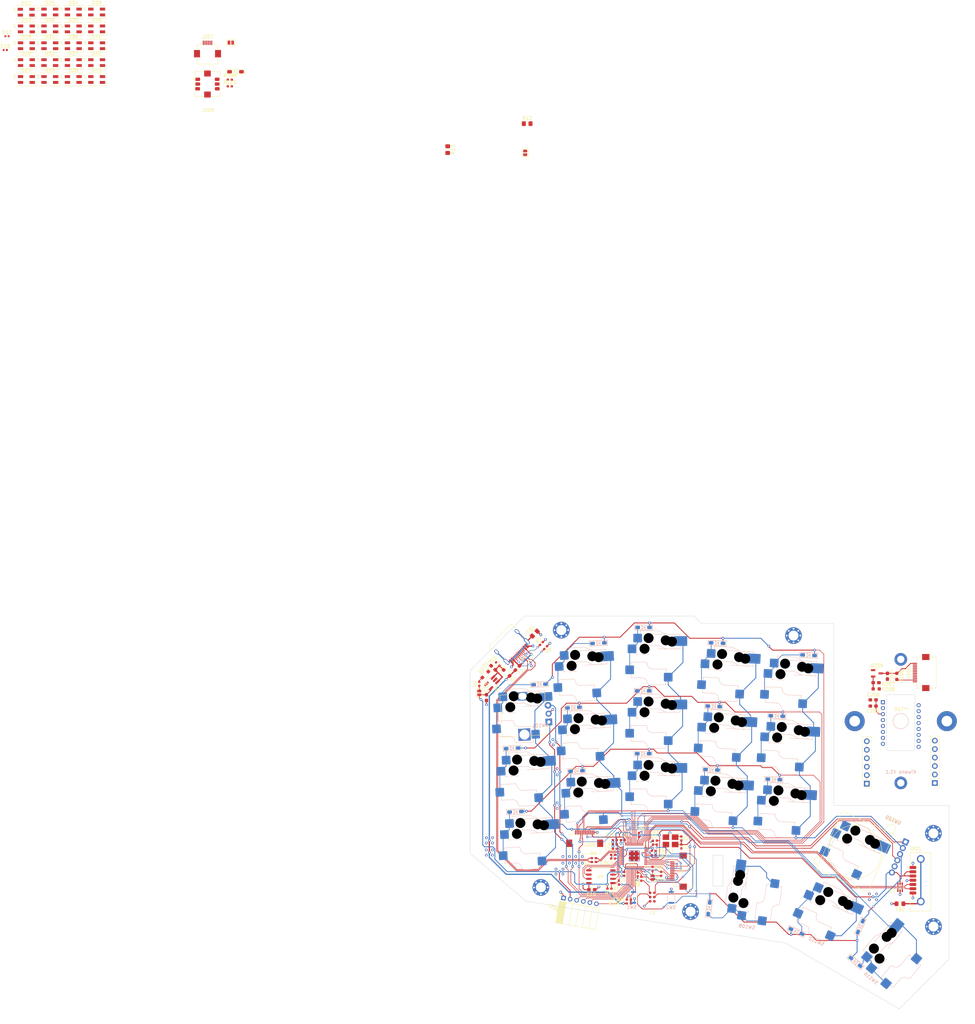
<source format=kicad_pcb>
(kicad_pcb (version 20221018) (generator pcbnew)
  (layers (0 "F.Cu" mixed) (1 "In1.Cu" power) (2 "In2.Cu" power) (31 "B.Cu" mixed) (34 "B.Paste" user) (35 "F.Paste" user) (36 "B.SilkS" user "B.Silkscreen") (37 "F.SilkS" user "F.Silkscreen") (38 "B.Mask" user) (39 "F.Mask" user) (44 "Edge.Cuts" user))
  (net 0 "")
  (net 1 "+3.3V")
  (net 2 "GND")
  (net 3 "/Left Side/~{RST}")
  (net 4 "+1V1")
  (net 5 "+5V")
  (net 6 "Net-(U205-VDDPIX)")
  (net 7 "Net-(D3-A)")
  (net 8 "row1")
  (net 9 "/Left Side/Matrix_Left/encoder_out")
  (net 10 "row2")
  (net 11 "row3")
  (net 12 "Net-(D12-DOUT)")
  (net 13 "rgb")
  (net 14 "Net-(D13-DOUT)")
  (net 15 "Net-(D13-DIN)")
  (net 16 "Net-(D18-DOUT)")
  (net 17 "Net-(D19-DOUT)")
  (net 18 "Net-(D24-DOUT)")
  (net 19 "Net-(D25-DOUT)")
  (net 20 "Net-(D30-DOUT)")
  (net 21 "Net-(D31-DOUT)")
  (net 22 "Net-(D32-DOUT)")
  (net 23 "Net-(D33-DOUT)")
  (net 24 "Net-(D34-DOUT)")
  (net 25 "Net-(D35-DOUT)")
  (net 26 "Net-(D36-DOUT)")
  (net 27 "Net-(D37-DOUT)")
  (net 28 "Net-(D38-DOUT)")
  (net 29 "Net-(D39-DOUT)")
  (net 30 "Net-(D40-DOUT)")
  (net 31 "Net-(D41-DOUT)")
  (net 33 "Earth")
  (net 34 "Net-(J1-CC1)")
  (net 35 "/Left Side/USB_D+")
  (net 36 "/Left Side/USB_D-")
  (net 38 "Net-(J1-CC2)")
  (net 40 "Net-(J3-VCC)")
  (net 41 "/Left Side/SWIO")
  (net 42 "/Left Side/SWCLK")
  (net 44 "Net-(D205-K)")
  (net 45 "Net-(JP206-B)")
  (net 46 "adc_2")
  (net 47 "col5")
  (net 48 "adc_3")
  (net 49 "sda0")
  (net 50 "Net-(JP2-B)")
  (net 51 "Net-(X1-EN)")
  (net 52 "Net-(U1-USB_DP)")
  (net 53 "Net-(U1-USB_DM)")
  (net 54 "Net-(R10-Pad1)")
  (net 55 "/Left Side/QSPI_SS")
  (net 56 "sda1")
  (net 57 "scl1")
  (net 58 "Net-(U205-LED_P)")
  (net 59 "miso1")
  (net 60 "col1")
  (net 61 "col2")
  (net 62 "col3")
  (net 63 "col4")
  (net 64 "rotA")
  (net 65 "rotB")
  (net 66 "Net-(D205-A)")
  (net 67 "Net-(U1-XIN)")
  (net 69 "/Left Side/QSPI_SD3")
  (net 70 "/Left Side/QSPI_SCLK")
  (net 71 "/Left Side/QSPI_SD0")
  (net 72 "/Left Side/QSPI_SD2")
  (net 73 "/Left Side/QSPI_SD1")
  (net 79 "sck1")
  (net 80 "mosi1")
  (net 81 "csn1")
  (net 84 "scl0")
  (net 85 "VBUS")
  (net 86 "Net-(D102-A)")
  (net 87 "Net-(D103-A)")
  (net 88 "Net-(D105-A)")
  (net 89 "Net-(D106-A)")
  (net 90 "Net-(D107-A)")
  (net 91 "/Left Side/Matrix_Left/joy_120_out")
  (net 92 "Net-(D109-A)")
  (net 93 "Net-(D110-A)")
  (net 94 "Net-(D111-A)")
  (net 95 "Net-(D112-A)")
  (net 96 "Net-(D113-A)")
  (net 97 "Net-(D114-A)")
  (net 98 "Net-(D115-A)")
  (net 99 "Net-(D116-A)")
  (net 100 "Net-(D117-A)")
  (net 101 "Net-(D118-A)")
  (net 102 "Net-(D119-A)")
  (net 103 "RX")
  (net 104 "TX")
  (net 105 "row4")
  (net 106 "Net-(FB2-Pad1)")
  (net 107 "adc_1")
  (net 108 "adc_0")
  (net 110 "Net-(U1-GPIO7)")
  (net 111 "sck0")
  (net 112 "mosi0")
  (net 113 "csn0")
  (net 114 "miso0")
  (net 115 "Net-(JP205-B)")
  (net 116 "Net-(J207-Pin_1)")
  (net 117 "Net-(J207-Pin_2)")
  (net 118 "Net-(J207-Pin_3)")
  (net 119 "Net-(J207-Pin_4)")
  (net 120 "Net-(J207-Pin_6)")
  (net 121 "row5")
  (net 122 "/Modules/miso")
  (net 123 "/Modules/motion")
  (net 124 "/Modules/sck")
  (net 125 "/Modules/mosi")
  (net 126 "/Modules/csn")
  (net 130 "Net-(JP1-B)")
  (net 131 "/Modules/sda")
  (net 133 "VBUS_Fused")
  (net 134 "Net-(D108-A)")
  (net 135 "/Modules/+3.3V_Ball")
  (net 136 "/Modules/scl")
  (net 137 "/Modules/VDD_Ball")
  (footprint "Capacitor_SMD:C_0402_1005Metric_Pad0.74x0.62mm_HandSolder" (layer "F.Cu") (at 117.2879 135.4582 180)
    (fp_text reference "C9")
    (fp_text value "1u")
  )
  (footprint "Echinos:D_TVS_SOT-363" (layer "F.Cu") (at 202.75 148.31375 -90)
    (fp_text reference "U7")
    (fp_text value "D3V3F4U6S-7")
  )
  (footprint "Echinos:Joystick_Alps_SKRHACE010" (layer "F.Cu") (at -4.7325 -92.165)
    (fp_text reference "J209")
    (fp_text value "Joystick")
  )
  (footprint "Resistor_SMD:R_0402_1005Metric_Pad0.72x0.64mm_HandSolder" (layer "F.Cu") (at 111.01 140.78)
    (fp_text reference "R4")
    (fp_text value "27")
  )
  (footprint "Resistor_SMD:R_0402_1005Metric_Pad0.72x0.64mm_HandSolder" (layer "F.Cu") (at 128.59 142.85 -90)
    (fp_text reference "R15")
    (fp_text value "4.7k")
  )
  (footprint "Capacitor_SMD:C_0402_1005Metric_Pad0.74x0.62mm_HandSolder" (layer "F.Cu") (at 116.755 138.6348 180)
    (fp_text reference "C8")
    (fp_text value "100n")
  )
  (footprint "Echinos:SW_Choc_MX_KS33_1u_hotswap_EC12E" (layer "F.Cu") (at 89.91012 96.769733 3)
    (fp_text reference "SW101")
    (fp_text value "RotaryEncoder_Switch" hide)
  )
  (footprint "LED_SMD:LED_SK6812MINI_PLCC4_3.5x3.5mm_P1.75mm" (layer "F.Cu") (at -37.92 -103.625)
    (fp_text reference "D41")
    (fp_text value "SK6812MINI")
  )
  (footprint "LED_SMD:LED_SK6812MINI_PLCC4_3.5x3.5mm_P1.75mm" (layer "F.Cu") (at -58.98 -103.625)
    (fp_text reference "D18")
    (fp_text value "SK6812MINI")
  )
  (footprint "Echinos:IC_PMW3360DM-T2QU" (layer "F.Cu") (at 202.96 98.61)
    (fp_text reference "U205" hide)
    (fp_text value "PMW3360DM-T2QU" hide)
    (fp_line (start -4.25 8.32) (end -4.25 -7.43) (stroke (width 0.1)) (layer "Edge.Cuts"))
    (fp_line (start -3.75 -7.93) (end 3.75 -7.93) (stroke (width 0.1)) (layer "Edge.Cuts"))
    (fp_line (start -3.75 8.82) (end 3.75 8.82) (stroke (width 0.1)) (layer "Edge.Cuts"))
    (fp_line (start 4.25 -7.43) (end 4.25 8.32) (stroke (width 0.1)) (layer "Edge.Cuts"))
    (fp_arc (start -4.25 -7.43) (mid -4.103554 -7.783554) (end -3.75 -7.93) (stroke (width 0.1)) (layer "Edge.Cuts"))
    (fp_arc (start -3.75 8.82) (mid -4.103553 8.673553) (end -4.25 8.32) (stroke (width 0.1)) (layer "Edge.Cuts"))
    (fp_arc (start 3.75 -7.93) (mid 4.103553 -7.783553) (end 4.25 -7.43) (stroke (width 0.1)) (layer "Edge.Cuts"))
    (fp_arc (start 4.25 8.32) (mid 4.103553 8.673553) (end 3.75 8.82) (stroke (width 0.1)) (layer "Edge.Cuts"))
  )
  (footprint "Echinos:SW_Choc_MX_KS33_1u_hotswap" (layer "F.Cu") (at 149.72378 122.338894 -3)
    (fp_text reference "SW115" hide)
    (fp_text value "SW_Push" hide)
  )
  (footprint "Capacitor_SMD:C_0603_1608Metric_Pad1.08x0.95mm_HandSolder" (layer "F.Cu") (at 194.67999 92.240001 180)
    (fp_text reference "C206")
    (fp_text value "100nF")
  )
  (footprint "LED_SMD:LED_SK6812MINI_PLCC4_3.5x3.5mm_P1.75mm" (layer "F.Cu") (at -44.94 -98.575)
    (fp_text reference "D37")
    (fp_text value "SK6812MINI")
  )
  (footprint "Resistor_SMD:R_0402_1005Metric_Pad0.72x0.64mm_HandSolder" (layer "F.Cu") (at 111.01 139.63)
    (fp_text reference "R5")
    (fp_text value "27")
  )
  (footprint "Echinos:SW_Choc_MX_KS33_1u_hotswap" (layer "F.Cu") (at 189.263626 137.710796 -25)
    (fp_text reference "SW120")
    (fp_text value "SW_Push" hide)
  )
  (footprint "Echinos:SW_Choc_MX_KS33_1u_hotswap" (layer "F.Cu") (at 170.587074 87.282753 -3)
    (fp_text reference "SW117" hide)
    (fp_text value "SW_Push" hide)
  )
  (footprint "Capacitor_SMD:C_0402_1005Metric_Pad0.74x0.62mm_HandSolder" (layer "F.Cu") (at 117.2877 136.8267 180)
    (fp_text reference "C5")
    (fp_text value "1u")
  )
  (footprint "Package_TO_SOT_SMD:SOT-23-5_HandSoldering" (layer "F.Cu") (at 80.49 87.17 -135)
    (fp_text reference "U2")
    (fp_text value "XC6210B332MR-G")
  )
  (footprint "Inductor_SMD:L_0805_2012Metric_Pad1.15x1.40mm_HandSolder" (layer "F.Cu") (at 202.71 153.29 180)
    (fp_text reference "FB2")
    (fp_text value "80@100Mhz")
  )
  (footprint "LED_SMD:LED_SK6812MINI_PLCC4_3.5x3.5mm_P1.75mm" (layer "F.Cu") (at -58.98 -108.675)
    (fp_text reference "D13")
    (fp_text value "SK6812MINI")
  )
  (footprint "Connector_PinSocket_2.00mm:PinSocket_1x06_P2.00mm_Horizontal" (layer "F.Cu") (at 101.94 151.56 80)
    (fp_text reference "J206")
    (fp_text value "Conn_01x06_Pin")
  )
  (footprint "Capacitor_SMD:C_0603_1608Metric_Pad1.08x0.95mm_HandSolder" (layer "F.Cu") (at 80.86 82.64 135)
    (fp_text reference "C14")
    (fp_text value "1µ")
  )
  (footprint "LED_SMD:LED_SK6812MINI_PLCC4_3.5x3.5mm_P1.75mm" (layer "F.Cu") (at -51.96 -93.525)
    (fp_text reference "D33")
    (fp_text value "SK6812MINI")
  )
  (footprint "" (layer "F.Cu") (at 216.760003 98.609999)
    (fp_text reference "")
    (fp_text value "")
  )
  (footprint "LED_SMD:LED_SK6812MINI_PLCC4_3.5x3.5mm_P1.75mm" (layer "F.Cu") (at -37.92 -98.575)
    (fp_text reference "D42")
    (fp_text value "SK6812MINI")
  )
  (footprint "Capacitor_SMD:C_0402_1005Metric" (layer "F.Cu") (at -64.775 -106.475)
    (fp_text reference "C17")
    (fp_text value "1µ")
  )
  (footprint "Resistor_SMD:R_0402_1005Metric_Pad0.72x0.64mm_HandSolder" (layer "F.Cu") (at 1.9525 -93.46)
    (fp_text reference "R209")
    (fp_text value "4.7k")
  )
  (footprint "Echinos:SW_Choc_MX_KS33_1u_hotswap" (layer "F.Cu") (at 108.287453 84.390972 3)
    (fp_text reference "SW105" hide)
    (fp_text value "SW_Push" hide)
  )
  (footprint "Connector_FFC-FPC:Hirose_FH12-12S-0.5SH_1x12-1MP_P0.50mm_Horizontal" (layer "F.Cu") (at 136.37 143.52 90)
    (fp_text reference "J4")
    (fp_text value "FPC_VIK")
  )
  (footprint "Resistor_SMD:R_0402_1005Metric_Pad0.72x0.64mm_HandSolder" (layer "F.Cu") (at 76.69 87.43 -90)
    (fp_text reference "R9")
    (fp_text value "1k")
  )
  (footprint "Echinos:MountingHole_3mm_Pad_Via" (layer "F.Cu") (at 170.825 72.99)
    (fp_text reference "H4" hide)
    (fp_text value "MountHole")
  )
  (footprint "Connector_PinHeader_2.54mm:PinHeader_1x06_P2.54mm_Vertical" (layer "F.Cu") (at 192.77999 117.340001 180)
    (fp_text reference "J1002" hide)
    (fp_text value "Conn_01x06_Female")
  )
  (footprint "LED_SMD:LED_SK6812MINI_PLCC4_3.5x3.5mm_P1.75mm" (layer "F.Cu") (at -44.94 -103.625)
    (fp_text reference "D36")
    (fp_text value "SK6812MINI")
  )
  (footprint "Resistor_SMD:R_0402_1005Metric_Pad0.72x0.64mm_HandSolder" (layer "F.Cu") (at 131.2 144.32 -90)
    (fp_text reference "R14")
    (fp_text value "4.7k")
  )
  (footprint "Echinos:SolderJumper_Open_0.8x1.2mm" (layer "F.Cu") (at 90.44 -71.55 90)
    (fp_text reference "JP1" hide)
    (fp_text value "i2c0_pullUp" hide)
  )
  (footprint "Echinos:SW_Choc_MX_KS33_1u_hotswap" (layer "F.Cu") (at 150.718164 103.364934 -3)
    (fp_text reference "SW114" hide)
    (fp_text value "SW_Push" hide)
  )
  (footprint "Diode_SMD:D_SOD-523" (layer "F.Cu") (at 82.22 81.51 135)
    (fp_text reference "D2")
    (fp_text value "TPD1E10B06-Q1")
  )
  (footprint "LED_SMD:LED_SK6812MINI_PLCC4_3.5x3.5mm_P1.75mm" (layer "F.Cu") (at -37.92 -113.725)
    (fp_text reference "D39")
    (fp_text value "SK6812MINI")
  )
  (footprint "Capacitor_SMD:C_0603_1608Metric_Pad1.08x0.95mm_HandSolder" (layer "F.Cu") (at 195.54999 87.090001)
    (fp_text reference "C208")
    (fp_text value "1uF")
  )
  (footprint "LED_SMD:LED_SK6812MINI_PLCC4_3.5x3.5mm_P1.75mm" (layer "F.Cu") (at -44.94 -108.675)
    (fp_text reference "D35")
    (fp_text value "SK6812MINI")
  )
  (footprint "Echinos:SW_Choc_MX_KS33_1u_hotswap" (layer "F.Cu") (at 130 79.5)
    (fp_text reference "SW109" hide)
    (fp_text value "SW_Push" hide)
  )
  (footprint "Resistor_SMD:R_0402_1005Metric_Pad0.72x0.64mm_HandSolder" (layer "F.Cu") (at 115.68 148.77 180)
    (fp_text reference "R11")
    (fp_text value "10k")
  )
  (footprint "Echinos:SW_Choc_MX_KS33_1u_hotswap" (layer "F.Cu") (at 151.712547 84.390972 -3)
    (fp_text reference "SW113" hide)
    (fp_text value "SW_Push" hide)
  )
  (footprint "Resistor_SMD:R_0402_1005Metric_Pad0.72x0.64mm_HandSolder" (layer "F.Cu") (at 118.5 146.95 90)
    (fp_text reference "R10")
    (fp_text value "1k")
  )
  (footprint "Capacitor_SMD:C_0402_1005Metric_Pad0.74x0.62mm_HandSolder" (layer "F.Cu") (at 128.9577 137.4167)
    (fp_text reference "C3")
    (fp_text value "100n")
  )
  (footprint "Resistor_SMD:R_0603_1608Metric_Pad0.98x0.95mm_HandSolder" (layer "F.Cu") (at 201.77999 85.210001 -90)
    (fp_text reference "R208")
    (fp_text value "10k")
  )
  (footprint "Capacitor_SMD:C_0402_1005Metric_Pad0.74x0.62mm_HandSolder" (layer "F.Cu") (at 124.13 144.52 -90)
    (fp_text reference "C6")
    (fp_text value "100n")
  )
  (footprint "Connector_USB:USB_C_Receptacle_HRO_TYPE-C-31-M-12" (layer "F.Cu") (at 85.69402 75.56402 -135)
    (fp_text reference "J1")
    (fp_text value "USB_C_Receptacle_USB2.0")
  )
  (footprint "Oscillator:Oscillator_SMD_Abracon_ASE-4Pin_3.2x2.5mm_HandSoldering" (layer "F.Cu") (at 133.97 134.46 180)
    (fp_text reference "X1")
    (fp_text value "ASE-12MHz")
  )
  (footprint "Echinos:SW_Choc_MX_KS33_1u_hotswap" (layer "F.Cu") (at 158.880377 149.680584 82)
    (fp_text reference "SW108")
    (fp_text value "SW_Push" hide)
  )
  (footprint "Echinos:RP2040-QFN-56" (layer "F.Cu") (at 123.1 138.96 90)
    (fp_text reference "U1")
    (fp_text value "RP2040")
  )
  (footprint "Echinos:MountingHole_3mm_Pad_Via" (layer "F.Cu") (at 212.76 160.12)
    (fp_text reference "H1" hide)
    (fp_text value "MountHole")
  )
  (footprint "" (layer "F.Cu") (at 189.16 98.609952)
    (fp_text reference "")
    (fp_text value "")
  )
  (footprint "Echinos:SolderJumper_Open_0.8x1.2mm" (layer "F.Cu") (at 128.59 145.47 90)
    (fp_text reference "JP2" hide)
    (fp_text value "i2c1_pullUp" hide)
  )
  (footprint "Capacitor_SMD:C_0603_1608Metric_Pad1.08x0.95mm_HandSolder" (layer "F.Cu") (at 198.94999 85.160001 -90)
    (fp_text reference "C207")
    (fp_text value "1uF")
  )
  (footprint "Echinos:MountingHole_3mm_Pad_Via" (layer "F.Cu") (at 95.15 148.4)
    (fp_text reference "H3" hide)
    (fp_text value "MountHole")
  )
  (footprint "Echinos:SW_Choc_MX_KS33_1u_hotswap" (layer "F.Cu") (at 90.904503 115.743693 3)
    (fp_text reference "SW102" hide)
    (fp_text value "SW_Push" hide)
  )
  (footprint "Capacitor_SMD:C_0402_1005Metric_Pad0.74x0.62mm_HandSolder" (layer "F.Cu") (at 137.24 136.13 -90)
    (fp_text reference "C1")
    (fp_text value "0.1µF")
  )
  (footprint "Echinos:SolderJumper_Open_0.8x1.2mm" (layer "F.Cu") (at 2.2625 -104.56)
    (fp_text reference "JP206" hide)
    (fp_text value "i2c1_pullUp" hide)
  )
  (footprint "LED_SMD:LED_SK6812MINI_PLCC4_3.5x3.5mm_P1.75mm" (layer "F.Cu") (at -58.98 -98.575)
    (fp_text reference "D19")
    (fp_text value "SK6812MINI")
  )
  (footprint "Echinos:MountingHole_3mm_Pad_Via" (layer "F.Cu") (at 139.99 155.64)
    (fp_text reference "H5" hide)
    (fp_text value "MountHole")
  )
  (footprint "Echinos:SW_Choc_MX_KS33_1u_hotswap" (layer "F.Cu") (at 109.281836 103.364934 3)
    (fp_text reference "SW106" hide)
    (fp_text value "SW_Push" hide)
  )
  (footprint "Echinos:SW_Choc_MX_KS33_1u_hotswap" (layer "F.Cu") (at 130 98.5)
    (fp_text reference "SW110" hide)
    (fp_text value "SW_Push" hide)
  )
  (footprint "Capacitor_SMD:C_0402_1005Metric_Pad0.74x0.62mm_HandSolder" (layer "F.Cu") (at 119.7014 134.2152 180)
    (fp_text reference "C11")
    (fp_text value "100n")
  )
  (footprint "Resistor_SMD:R_0402_1005Metric_Pad0.72x0.64mm_HandSolder" (layer "F.Cu") (at 121.5 152.04)
    (fp_text reference "R206")
    (fp_text value "10k")
  )
  (footprint "Inductor_SMD:L_0805_2012Metric_Pad1.15x1.40mm_HandSolder" (layer "F.Cu") (at 93.31 72.4 -135)
    (fp_text reference "FB1")
    (fp_text value "80@100Mhz")
  )
  (footprint "Echinos:D_TVS_SOT-723" (layer "F.Cu") (at 91.567934 80.531816 -135)
    (fp_text reference "U3")
    (fp_text value "ESD7L5.0DT5G-N")
  )
  (footprint "Capacitor_SMD:C_0603_1608Metric_Pad1.08x0.95mm_HandSolder" (layer "F.Cu") (at 194.67999 94.100001 180)
    (fp_text reference "C205")
    (fp_text value "4.7uF")
  )
  (footprint "Echinos:MountingHole_3mm_Pad_Via" (layer "F.Cu") (at 212.74 132.22)
    (fp_text reference "H6" hide)
    (fp_text value "MountHole")
  )
  (footprint "Resistor_SMD:R_0603_1608Metric_Pad0.98x0.95mm_HandSolder" (layer "F.Cu") (at 195.59999 88.960001)
    (fp_text reference "R207")
    (fp_text value "39")
  )
  (footprint "Capacitor_SMD:C_0402_1005Metric_Pad0.74x0.62mm_HandSolder" (layer "F.Cu") (at 128.7377 135.0067 90)
    (fp_text reference "C2")
    (fp_text value "1u")
  )
  (footprint "Echinos:SATA_1x07_P1.27mm_SMD" (layer "F.Cu") (at 208.951875 146.751875 90)
    (fp_text reference "J301")
    (fp_text value "SATA-7p")
  )
  (footprint "Package_TO_SOT_SMD:SOT-23-3" (layer "F.Cu") (at 195.81999 84.300001)
    (fp_text reference "U206")
    (fp_text value "XC6206P202MR-G ")
  )
  (footprint "Resistor_SMD:R_0402_1005Metric_Pad0.72x0.64mm_HandSolder" (layer "F.Cu") (at 129.86 134.98 -90)
    (fp_text reference "R3")
    (fp_text value "10k")
  )
  (footprint "Diode_SMD:D_SOD-323_HandSoldering" (layer "F.Cu") (at 84.89 84.18 -45)
    (fp_text reference "D1")
    (fp_text value "B5817")
  )
  (footprint "Resistor_SMD:R_0805_2012Metric_Pad1.20x1.40mm_HandSolder" (layer "F.Cu") (at 67.23 -72.52 -90)
    (fp_text reference "R13")
    (fp_text value "4.7k")
  )
  (footprint "Echinos:SW_Choc_MX_KS33_1u_hotswap" (layer "F.Cu") (at 168.59831 125.230674 -3)
    (fp_text reference "SW119" hide)
    (fp_text value "SW_Push" hide)
  )
  (footprint "LED_SMD:LED_SK6812MINI_PLCC4_3.5x3.5mm_P1.75mm" (layer "F.Cu") (at -51.96 -113.725)
    (fp_text reference "D25")
    (fp_text value "SK6812MINI")
  )
  (footprint "Resistor_SMD:R_0402_1005Metric_Pad0.72x0.64mm_HandSolder" (layer "F.Cu") (at 96.57 76.6 45)
    (fp_text reference "R6")
    (fp_text value "5.1k")
  )
  (footprint "Resistor_SMD:R_0805_2012Metric_Pad1.20x1.40mm_HandSolder" (layer "F.Cu") (at 91.04 -80.3)
    (fp_text reference "R12")
    (fp_text value "4.7k")
  )
  (footprint "LED_SMD:LED_SK6812MINI_PLCC4_3.5x3.5mm_P1.75mm" (layer "F.Cu") (at -37.92 -108.675)
    (fp_text reference "D40")
    (fp_text value "SK6812MINI")
  )
  (footprint "Resistor_SMD:R_0402_1005Metric_Pad0.72x0.64mm_HandSolder" (layer "F.Cu") (at 137.23 133.75 -90)
    (fp_text reference "R2")
    (fp_text value "10k")
  )
  (footprint "Resistor_SMD:R_0402_1005Metric_Pad0.72x0.64mm_HandSolder" (layer "F.Cu") (at 1.9525 -91.47)
    (fp_text reference "R210")
    (fp_text value "4.7k")
  )
  (footprint "Echinos:SW_Choc_MX_KS33_1u_hotswap" (layer "F.Cu") (at 110.27622 122.338894 3)
    (fp_text reference "SW107" hide)
    (fp_text value "SW_Push" hide)
  )
  (footprint "Capacitor_SMD:C_0603_1608Metric_Pad1.08x0.95mm_HandSolder" (layer "F.Cu") (at 78.85 91.57 -90)
    (fp_text reference "C15")
    (fp_text value "1µ")
  )
  (footprint "LED_SMD:LED_SK6812MINI_PLCC4_3.5x3.5mm_P1.75mm" (layer "F.Cu") (at -51.96 -103.625)
    (fp_text reference "D31")
    (fp_text value "SK6812MINI")
  )
  (footprint "Resistor_SMD:R_0402_1005Metric_Pad0.72x0.64mm_HandSolder" (layer "F.Cu") (at 125.23 145.79 -90)
    (fp_text reference "R8")
    (fp_text value "27")
  )
  (footprint "Capacitor_SMD:C_0402_1005Metric_Pad0.74x0.62mm_HandSolder" (layer "F.Cu") (at 120.16 144.34 -90)
    (fp_text reference "C7")
    (fp_text value "100n")
  )
  (footprint "Capacitor_SMD:C_0402_1005Metric_Pad0.74x0.62mm_HandSolder" (layer "F.Cu") (at 117.2877 134.2267 180)
    (fp_text reference "C10")
    (fp_text value "100n")
  )
  (footprint "LED_SMD:LED_SK6812MINI_PLCC4_3.5x3.5mm_P1.75mm" (layer "F.Cu") (at -37.92 -93.525)
    (fp_text reference "D43")
    (fp_text value "SK6812MINI")
  )
  (footprint "Resistor_SMD:R_0402_1005Metric_Pad0.72x0.64mm_HandSolder" (layer "F.Cu") (at 121.5 153.2 180)
    (fp_text reference "R205")
    (fp_text value "5.1k")
  )
  (footprint "Connector_FFC-FPC:Hirose_FH12-12S-0.5SH_1x12-1MP_P0.50mm_Horizontal" (layer "F.Cu") (at 108.27 133.78)
    (fp_text reference "J208")
    (fp_text value "FPC (PCB)")
  )
  (footprint "Capacitor_SMD:C_0402_1005Metric_Pad0.74x0.62mm_HandSolder" (layer "F.Cu") (at 124.4977 132.6942 90)
    (fp_text reference "C12")
    (fp_text value "100n")
  )
  (footprint "Echinos:MountingHole_3mm_Pad_Via" (layer "F.Cu") (at 101.27 71.36)
    (fp_text reference "H2" hide)
    (fp_text value "MountHole")
  )
  (footprint "Echinos:D_SOD123" (layer "F.Cu") (at 3.6625 -95.84)
    (fp_text reference "D205" hide)
    (fp_text value "D" hide)
  )
  (footprint "Capacitor_SMD:C_0402_1005Metric_Pad0.74x0.62mm_HandSolder" (layer "F.Cu") (at 116.7577 139.7567 180)
    (fp_text reference "C4")
    (fp_text value "100n")
  )
  (footprint "VIK:vik-module-mounting-small" (layer "F.Cu") (at 202.96 98.61)
    (fp_text reference "REF**")
    (fp_text value "vik-module-mounting-small")
  )
  (footprint "LED_SMD:LED_SK6812MINI_PLCC4_3.5x3.5mm_P1.75mm" (layer "F.Cu") (at -59.05 -113.675)
    (fp_text reference "D12")
    (fp_text value "SK6812MINI")
  )
  (footprint "Connector_PinHeader_2.54mm:PinHeader_1x06_P2.54mm_Vertical" (layer "F.Cu") (at 213.15999 117.140001 180)
    (fp_text reference "J1002" hide)
    (fp_text value "Conn_01x06_Female")
  )
  (footprint "LED_SMD:LED_SK6812MINI_PLCC4_3.5x3.5mm_P1.75mm" (layer "F.Cu") (at -51.96 -108.675)
    (fp_text reference "D30")
    (fp_text value "SK6812MINI")
  )
  (footprint "Connector:Tag-Connect_TC2030-IDC-FP_2x03_P1.27mm_Vertical" (layer "F.Cu") (at 128.515 151.29 -90)
    (fp_text reference "J3")
    (fp_text value "TagConnect_6pins")
  )
  (footprint "Echinos:SW_Choc_MX_KS33_1u_hotswap" (layer "F.Cu") (at 91.898884 134.717655 3)
    (fp_text reference "SW103" hide)
    (fp_text value "SW_Push" hide)
  )
  (footprint "Capacitor_SMD:C_0402_1005Metric_Pad0.74x0.62mm_HandSolder" (layer "F.Cu") (at 128.9577 138.7567)
    (fp_text reference "C13")
    (fp_text value "100n")
  )
  (footprint "LED_SMD:LED_SK6812MINI_PLCC4_3.5x3.5mm_P1.75mm" (layer "F.Cu") (at -58.98 -93.525)
    (fp_text reference "D24")
    (fp_text value "SK6812MINI")
  )
  (footprint "Capacitor_SMD:C_0603_1608Metric_Pad1.08x0.95mm_HandSolder" (layer "F.Cu") (at 110.3929 149.0581)
    (fp_text reference "C16")
    (fp_text value "1µ")
  )
  (footprint "Echinos:SW_Choc_MX_KS33_1u_hotswap" (layer "F.Cu") (at 200.99206 168.429916 50)
    (fp_text reference "SW116")
    (fp_text value "SW_Push" hide)
  )
  (footprint "Connector_FFC-FPC:Hirose_FH12-6S-0.5SH_1x06-1MP_P0.50mm_Horizontal" (layer "F.Cu") (at -4.7175 -102.65)
    (fp_text reference "J207")
    (fp_text value "FPC (module)")
  )
  (footprint "Echinos:Joystick_KSilver_JP19" (layer "F.Cu") (at 189.276136 137.7048 -24)
    (fp_text reference "JW120")
    (fp_text value "Joystick")
    (fp_rect (start -8.1 1.1) (end -7.3 -1.1) (stroke (width 0.12)) (fill none) (layer "Edge.Cuts"))
  )
  (footprint "Fuse:Fuse_0603_1608Metric_Pad1.05x0.95mm_HandSolder" (layer "F.Cu") (at 88.13 82.71 -135)
    (fp_text reference "F1")
    (fp_text value "500mA")
  )
  (footprint "Echinos:SolderJumper_Open_0.8x1.2mm" (layer "F.Cu") (at 76.69 90.15 90)
    (fp_text reference "JP205" hide)
    (fp_text value "3x3_LED_jumper" hide)
  )
  (footprint "Package_SO:SOIC-8_5.23x5.23mm_P1.27mm" (layer "F.Cu") (at 113.13 145.19 180)
    (fp_text reference "U4")
    (fp_text value "W25Q128JVS")
  )
  (footprint "Connector_FFC-FPC:Hirose_FH12-12S-0.5SH_1x12-1MP_P0.50mm_Horizontal" (layer "F.Cu") (at 209.04999 84.060001 90)
    (fp_text reference "J205")
    (fp_text value "~")
  )
  (footprint "LED_SMD:LED_SK6812MINI_PLCC4_3.5x3.5mm_P1.75mm" (layer "F.Cu") (at -51.96 -98.575)
    (fp_text reference "D32")
    (fp_text value "SK6812MINI")
  )
  (footprint "Echinos:SW_Choc_MX_KS33_1u_hotswap" (layer "F.Cu") (at 181.253746 156.096046 -24)
    (fp_text reference "SW112")
    (fp_text value "SW_Push" hide)
  )
  (footprint "LED_SMD:LED_SK6812MINI_PLCC4_3.5x3.5mm_P1.75mm" (layer "F.Cu") (at -44.94 -113.725)
    (fp_text reference "D34")
    (fp_text value "SK6812MINI")
  )
  (footprint "Capacitor_SMD:C_0402_1005Metric" (layer "F.Cu") (at -65.305 -102.35)
    (fp_text reference "C18")
    (fp_text value "1µ")
  )
  (footprint "Echinos:SW_Choc_MX_KS33_1u_hotswap" (layer "F.Cu") (at 169.59269 106.256714 -3)
    (fp_text reference "SW118" hide)
    (fp_text value "SW_Push" hide)
  )
  (footprint "Diode_SMD:D_SOD-323_HandSoldering" (layer "F.Cu") (at 78.51 84.67 -135)
    (fp_text reference "D3")
    (fp_text value "LED")
  )
  (footprint "Echinos:SW_Choc_MX_KS33_1u_hotswap" (layer "F.Cu") (at 130 117.5)
    (fp_text reference "SW111" hide)
    (fp_text value "SW_Push" hide)
  )
  (footprint "Resistor_SMD:R_0402_1005Metric_Pad0.72x0.64mm_HandSolder" (layer "F.Cu") (at 95.3 75.37 45)
    (fp_text reference "R7")
    (fp_text value "5.1k")
  )
  (footprint "LED_SMD:LED_SK6812MINI_PLCC4_3.5x3.5mm_P1.75mm" (layer "F.Cu") (at -44.94 -93.525)
    (fp_text reference "D38")
    (fp_text value "SK6812MINI")
  )
  (footprint "Echinos:D_SOD123" (layer "B.Cu") (at 87.55 125.75 -177)
    (fp_text reference "D103" hide)
    (fp_text value "D" hide)
  )
  (footprint "Echinos:D_SOD123" (layer "B.Cu") (at 165.825 97.075 177)
    (fp_text reference "D118" hide)
    (fp_text value "D" hide)
  )
  (footprint "Echinos:D_SOD123" (layer "B.Cu") (at 105.825 113.525 -177)
    (fp_text reference "D107" hide)
    (fp_text value "D" hide)
  )
  (footprint "Button_Switch_SMD:SW_SPST_CK_KXT3" (layer "B.Cu") (at 134.2 151.39 90)
    (fp_text reference "SW2")
    (fp_text value "SW_Push")
  )
  (footprint "Echinos:D_SOD123" (layer "B.Cu") (at 146.25 113.175 177)
    (fp_text reference "D115" hide)
    (fp_text value "D" hide)
  )
  (footprint "Echinos:D_SOD123" (layer "B.Cu") (at 104.9 94.55 -177)
    (fp_text reference "D106" hide)
    (fp_text value "D" hide)
  )
  (footprint "Echinos:D_SOD123" (layer "B.Cu") (at 164.925 116.05 177)
    (fp_text reference "D119" hide)
    (fp_text value "D" hide)
  )
  (footprint "Echinos:D_SOD123" (layer "B.Cu") (at 189.4 170.725 -40)
    (fp_text reference "D116" hide)
    (fp_text value "D" hide)
  )
  (footprint "Echinos:D_SOD123" (layer "B.Cu") (at 112.4 75.27 -177)
    (fp_text reference "D105" hide)
    (fp_text value "D" hide)
  )
  (footprint "Button_Switch_SMD:SW_SPST_CK_KXT3" (layer "B.Cu") (at 122.88 151.4 90)
    (fp_text reference "SW1")
    (fp_text value "SW_Push")
  )
  (footprint "Echinos:D_SOD123" (layer "B.Cu") (at 94.75 87.625 -177)
    (fp_text reference "D101" hide)
    (fp_text value "D" hide)
  )
  (footprint "Echinos:D_SOD123" (layer "B.Cu") (at 86.525 106.75 -177)
    (fp_text reference "D102" hide)
    (fp_text value "D" hide)
  )
  (footprint "Echinos:D_SOD123" (layer "B.Cu") (at 175.35 78.875 177)
    (fp_text reference "D117" hide)
    (fp_text value "D" hide)
  )
  (footprint "Echinos:D_SOD123" (layer "B.Cu") (at 145.5 154.625 -98)
    (fp_text reference "D108" hide)
    (fp_text value "D" hide)
  )
  (footprint "Echinos:D_SOD123" (layer "B.Cu") (at 125.8 108.325 180)
    (fp_text reference "D111" hide)
    (fp_text value "D" hide)
  )
  (footprint "Echinos:D_SOD123" (layer "B.Cu") (at 171.7 161.575 -24)
    (fp_text reference "D112" hide)
    (fp_text value "D" hide)
  )
  (footprint "Echinos:D_SOD123" (layer "B.Cu") (at 125.925 70.55 180)
    (fp_text reference "D109" hide)
    (fp_text value "D" hide)
  )
  (footprint "Echinos:D_SOD123" (layer "B.Cu") (at 125.8 89.55 180)
    (fp_text reference "D110" hide)
    (fp_text value "D" hide)
  )
  (footprint "Echinos:D_SOD123" (layer "B.Cu") (at 147.925 75.225 177)
    (fp_text reference "D113" hide)
    (fp_text value "D" hide)
  )
  (footprint "Echinos:D_SOD123" (layer "B.Cu") (at 146.925 94.175 177)
    (fp_text reference "D114" hide)
    (fp_text value "D" hide)
  )
  (footprint "Echinos:D_SOD123" (layer "B.Cu") (at 190.86 160.12 66)
    (fp_text reference "D120" hide)
    (fp_text value "D" hide)
  )
  (gr_circle (center 202.96 98.61) (end 200.968145 97.459998) (stroke (width 0.12)) (fill none) (layer "B.SilkS"))
  (gr_line (start 143.170138 69.340138) (end 182.86 69.34) (stroke (width 0.1)) (layer "Edge.Cuts"))
  (gr_line (start 217.41 169.89) (end 217.41 123.85) (stroke (width 0.1)) (layer "Edge.Cuts"))
  (gr_line (start 217.41 169.89) (end 202.516443 184.783557) (stroke (width 0.1)) (layer "Edge.Cuts"))
  (gr_line (start 202.516443 184.783557) (end 168.61 165.1) (stroke (width 0.1)) (layer "Edge.Cuts"))
  (gr_line (start 73.970397 138.24) (end 73.970397 83.429602) (stroke (width 0.1)) (layer "Edge.Cuts"))
  (gr_line (start 90.675 152.51) (end 73.970397 138.24) (stroke (width 0.1)) (layer "Edge.Cuts"))
  (gr_line (start 182.86 69.34) (end 182.9 123.85) (stroke (width 0.1)) (layer "Edge.Cuts"))
  (gr_line (start 90.245963 67.154036) (end 140.981366 67.150599) (stroke (width 0.1)) (layer "Edge.Cuts"))
  (gr_line (start 168.61 165.1) (end 90.675 152.51) (stroke (width 0.1)) (layer "Edge.Cuts"))
  (gr_line (start 90.245963 67.154036) (end 73.970397 83.429602) (stroke (width 0.1)) (layer "Edge.Cuts"))
  (gr_line (start 143.170138 69.340138) (end 140.981366 67.150599) (stroke (width 0.1)) (layer "Edge.Cuts"))
  (gr_rect (start 146.68 138.75) (end 149.68 148.04) (stroke (width 0.1)) (fill none) (layer "Edge.Cuts"))
  (gr_line (start 217.41 123.85) (end 182.9 123.85) (stroke (width 0.1)) (layer "Edge.Cuts"))
  (gr_text "Kiwano V1.1" (at 202.959992 113.800003) (layer "B.SilkS") (effects (font (size 1 1)) (justify mirror)))
  (segment (start 118.210262 138.6348) (end 117.3225 138.6348) (width 0.2) (layer "F.Cu") (net 1))
  (segment (start 119.780284 133.330284) (end 120.2689 133.8189) (width 0.254) (layer "F.Cu") (net 1))
  (segment (start 142.86 136.42) (end 137.73 131.29) (width 0.254) (layer "F.Cu") (net 1))
  (segment (start 119.34 143.774247) (end 120.158253 143.774247) (width 0.254) (layer "F.Cu") (net 1))
  (segment (start 137.24 135.5625) (end 135.3475 135.5625) (width 0.254) (layer "F.Cu") (net 1))
  (segment (start 130.23 139.53) (end 128.601 139.53) (width 0.2) (layer "F.Cu") (net 1))
  (segment (start 206.591875 143.711875) (end 204.758125 143.711875) (width 0.254) (layer "F.Cu") (net 1))
  (segment (start 109.53 147.095) (end 109.5361 147.1011) (width 0.254) (layer "F.Cu") (net 1))
  (segment (start 128.3902 139.3192) (end 128.3902 138.7567) (width 0.2) (layer "F.Cu") (net 1))
  (segment (start 118.232678 138.657216) (end 118.529894 138.36) (width 0.2) (layer "F.Cu") (net 1))
  (segment (start 78.8425 90.7) (end 76.69 90.7) (width 0.254) (layer "F.Cu") (net 1))
  (segment (start 129.92 146.27) (end 134.4744 146.27) (width 0.2) (layer "F.Cu") (net 1))
  (segment (start 194.6 151.25) (end 189.325 151.25) (width 0.254) (layer "F.Cu") (net 1))
  (segment (start 78.85 90.7075) (end 78.8425 90.7) (width 0.254) (layer "F.Cu") (net 1))
  (segment (start 202.75 144.961875) (end 201.714061 143.925936) (width 0.254) (layer "F.Cu") (net 1))
  (segment (start 125.2132 145.274325) (end 125.2132 144.5322) (width 0.2) (layer "F.Cu") (net 1))
  (segment (start 130.7 131.99) (end 130.7 132.71) (width 0.254) (layer "F.Cu") (net 1))
  (segment (start 115.08 147.49) (end 115.08 148.7675) (width 0.254) (layer "F.Cu") (net 1))
  (segment (start 125.2132 144.5322) (end 124.6335 143.9525) (width 0.2) (layer "F.Cu") (net 1))
  (segment (start 108.1781 149.0581) (end 109.5304 149.0581) (width 0.254) (layer "F.Cu") (net 1))
  (segment (start 120.16 143.20967) (end 120.5 142.86967) (width 0.2) (layer "F.Cu") (net 1))
  (segment (start 120.5 135.0646) (end 120.5 135.5225) (width 0.2) (layer "F.Cu") (net 1))
  (segment (start 127.084325 145.274325) (end 127.81 146) (width 0.2) (layer "F.Cu") (net 1))
  (segment (start 109.5361 147.1011) (end 109.5361 149.0524) (width 0.254) (layer "F.Cu") (net 1))
  (segment (start 137.23 135.5525) (end 137.24 135.5625) (width 0.254) (layer "F.Cu") (net 1))
  (segment (start 107.78 148.66) (end 108.1781 149.0581) (width 0.254) (layer "F.Cu") (net 1))
  (segment (start 125.2132 145.274325) (end 125.23 145.257525) (width 0.2) (layer "F.Cu") (net 1))
  (segment (start 110.52 132.92) (end 110.52 131.93) (width 0.254) (layer "F.Cu") (net 1))
  (segment (start 137.73 131.29) (end 131.4 131.29) (width 0.254) (layer "F.Cu") (net 1))
  (segment (start 125.2132 145.274325) (end 127.084325 145.274325) (width 0.2) (layer "F.Cu") (net 1))
  (segment (start 120.2689 134.8335) (end 120.5 135.0646) (width 0.2) (layer "F.Cu") (net 1))
  (segment (start 131.4 131.29) (end 130.7 131.99) (width 0.254) (layer "F.Cu") (net 1))
  (segment (start 137.23 134.3475) (end 137.23 135.5525) (width 0.254) (layer "F.Cu") (net 1))
  (segment (start 117.8552 135.458) (end 117.8552 134.2267) (width 0.254) (layer "F.Cu") (net 1))
  (segment (start 120.5 141.63) (end 120.5 142.3975) (width 0.2) (layer "F.Cu") (net 1))
  (segment (start 128.3902 138.7567) (end 128.3869 138.76) (width 0.2) (layer "F.Cu") (net 1))
  (segment (start 76.69 91.64) (end 76.69 90.7) (width 0.254) (layer "F.Cu") (net 1))
  (segment (start 138.8975 135.5625) (end 140.45 134.01) (width 0.254) (layer "F.Cu") (net 1))
  (segment (start 119.0966 136.76) (end 119.6625 136.76) (width 0.2) (layer "F.Cu") (net 1))
  (segment (start 130.71 139.05) (end 130.23 139.53) (width 0.2) (layer "F.Cu") (net 1))
  (segment (start 100.72 143.69) (end 100.72 146.12) (width 0.254) (layer "F.Cu") (net 1))
  (segment (start 129.86 134.3825) (end 130.71 134.3825) (width 0.2) (layer "F.Cu") (net 1))
  (segment (start 124.1 142.3975) (end 124.1 141.56) (width 0.2) (layer "F.Cu") (net 1))
  (segment (start 120.16 143.7725) (end 120.16 143.20967) (width 0.2) (layer "F.Cu") (net 1))
  (segment (start 117.8552 133.330284) (end 117.8552 134.2267) (width 0.254) (layer "F.Cu") (net 1))
  (segment (start 124.4977 133.2617) (end 124.4977 133.9167) (width 0.2) (layer "F.Cu") (net 1))
  (segment (start 118.68 132.05) (end 118.68 133.330284) (width 0.254) (layer "F.Cu") (net 1))
  (segment (start 120.2689 134.2152) (end 120.2689 134.8335) (width 0.2) (layer "F.Cu") (net 1))
  (segment (start 125.379937 132.750063) (end 124.8683 133.2617) (width 0.254) (layer "F.Cu") (net 1))
  (segment (start 117.8554 135.5188) (end 119.0966 136.76) (width 0.2) (layer "F.Cu") (net 1))
  (segment (start 124.1 141.56) (end 123.8422 141.3022) (width 0.2) (layer "F.Cu") (net 1))
  (segment (start 130.71 132.72) (end 130.71 139.05) (width 0.2) (layer "F.Cu") (net 1))
  (segment (start 110.930284 133.330284) (end 110.52 132.92) (width 0.254) (layer "F.Cu") (net 1))
  (segment (start 135.3475 135.5625) (end 135.345 135.56) (width 0.254) (layer "F.Cu") (net 1))
  (segment (start 117.8554 135.4582) (end 117.8554 135.5188) (width 0.2) (layer "F.Cu") (net 1))
  (segment (start 124.8683 133.2617) (end 124.4977 133.2617) (width 0.254) (layer "F.Cu") (net 1))
  (segment (start 107.78 147.445) (end 107.78 148.66) (width 0.254) (layer "F.Cu") (net 1))
  (segment (start 202.75 147.27375) (end 202.75 144.961875) (width 0.254) (layer "F.Cu") (net 1))
  (segment (start 179.15 145.45) (end 173.33 139.63) (width 0.254) (layer "F.Cu") (net 1))
  (segment (start 118.7 132.03) (end 118.68 132.05) (width 0.254) (layer "F.Cu") (net 1))
  (segment (start 124.1 142.3975) (end 124.1 143.9225) (width 0.2) (layer "F.Cu") (net 1))
  (segment (start 118.529894 138.36) (end 119.6625 138.36) (width 0.2) (layer "F.Cu") (net 1))
  (segment (start 118.335462 138.76) (end 119.6625 138.76) (width 0.2) (layer "F.Cu") (net 1))
  (segment (start 123.8422 141.3022) (end 120.8278 141.3022) (width 0.2) (layer "F.Cu") (net 1))
  (segment (start 125.36494 132.750063) (end 125.379937 132.750063) (width 0.254) (layer "F.Cu") (net 1))
  (segment (start 173.33 139.63) (end 157.63 139.63) (width 0.254) (layer "F.Cu") (net 1))
  (segment (start 103.909616 149.309616) (end 103.909616 151.907296) (width 0.254) (layer "F.Cu") (net 1))
  (segment (start 77.21 92.16) (end 76.69 91.64) (width 0.254) (layer "F.Cu") (net 1))
  (segment (start 127.81 146) (end 129.65 146) (width 0.2) (layer "F.Cu") (net 1))
  (segment (start 157.63 139.63) (end 154.42 136.42) (width 0.254) (layer "F.Cu") (net 1))
  (segment (start 120.158253 143.774247) (end 120.16 143.7725) (width 0.254) (layer "F.Cu") (net 1))
  (segment (start 120.8278 141.3022) (end 120.5 141.63) (width 0.2) (layer "F.Cu") (net 1))
  (segment (start 154.42 136.42) (end 142.86 136.42) (width 0.254) (layer "F.Cu") (net 1))
  (segment (start 128.3869 138.76) (end 126.5375 138.76) (width 0.2) (layer "F.Cu") (net 1))
  (segment (start 120.2689 133.8189) (end 120.2689 134.2152) (width 0.254) (layer "F.Cu") (net 1))
  (segment (start 124.1 143.9225) (end 124.13 143.9525) (width 0.2) (layer "F.Cu") (net 1))
  (segment (start 117.8554 135.4582) (end 117.8552 135.458) (width 0.254) (layer "F.Cu") (net 1))
  (segment (start 204.011875 144.458125) (end 204.011875 144.961875) (width 0.254) (layer "F.Cu") (net 1))
  (segment (start 80.207157 88.796346) (end 80.207157 89.350343) (width 0.254) (layer "F.Cu") (net 1))
  (segment (start 189.325 151.25) (end 183.525 145.45) (width 0.254) (layer "F.Cu") (net 1))
  (segment (start 137.24 135.5625) (end 138.8975 135.5625) (width 0.254) (layer "F.Cu") (net 1))
  (segment (start 194.62 151.23) (end 194.6 151.25) (width 0.254) (layer "F.Cu") (net 1))
  (segment (start 128.601 139.53) (end 128.3902 139.3192) (width 0.2) (layer "F.Cu") (net 1))
  (segment (start 100.72 146.12) (end 103.909616 149.309616) (width 0.254) (layer "F.Cu") (net 1))
  (segment (start 118.232678 138.657216) (end 118.210262 138.6348) (width 0.2) (layer "F.Cu") (net 1))
  (segment (start 115.08 148.7675) (end 115.0825 148.77) (width 0.254) (layer "F.Cu") (net 1))
  (segment (start 124.1 134.3144) (end 124.1 135.5225) (width 0.2) (layer "F.Cu") (net 1))
  (segment (start 118.232678 138.657216) (end 118.335462 138.76) (width 0.2) (layer "F.Cu") (net 1))
  (segment (start 117.8552 133.330284) (end 110.930284 133.330284) (width 0.254) (layer "F.Cu") (net 1))
  (segment (start 125.23 145.257525) (end 125.23 145.1925) (width 0.2) (layer "F.Cu") (net 1))
  (segment (start 183.525 145.45) (end 179.15 145.45) (width 0.254) (layer "F.Cu") (net 1))
  (segment (start 201.714061 143.925936) (end 200.298725 143.925936) (width 0.254) (layer "F.Cu") (net 1))
  (segment (start 124.4977 133.9167) (end 124.1 134.3144) (width 0.2) (layer "F.Cu") (net 1))
  (segment (start 204.758125 143.711875) (end 204.011875 144.458125) (width 0.254) (layer "F.Cu") (net 1))
  (segment (start 119.6625 136.76) (end 119.2831 136.76) (width 0.2) (layer "F.Cu") (net 1))
  (segment (start 119.6625 136.36) (end 118.6966 136.36) (width 0.2) (layer "F.Cu") (net 1))
  (segment (start 80.207157 89.350343) (end 78.85 90.7075) (width 0.254) (layer "F.Cu") (net 1))
  (segment (start 117.8552 133.330284) (end 119.780284 133.330284) (width 0.254) (layer "F.Cu") (net 1))
  (segment (start 124.6335 143.9525) (end 124.13 143.9525) (width 0.2) (layer "F.Cu") (net 1))
  (segment (start 206.571875 144.961875) (end 202.75 144.961875) (width 0.254) (layer "F.Cu") (net 1))
  (segment (start 120.5 142.86967) (end 120.5 142.3975) (width 0.2) (layer "F.Cu") (net 1))
  (segment (start 206.591875 144.981875) (end 206.571875 144.961875) (width 0.254) (layer "F.Cu") (net 1))
  (segment (start 129.65 146) (end 129.92 146.27) (width 0.2) (layer "F.Cu") (net 1))
  (via (at 77.21 92.16) (size 0.8) (drill 0.4) (layers "F.Cu" "B.Cu") (net 1))
  (via (at 119.34 143.774247) (size 0.8) (drill 0.4) (layers "F.Cu" "B.Cu") (net 1))
  (via (at 118.232678 138.657216) (size 0.8) (drill 0.4) (layers "F.Cu" "B.Cu") (net 1))
  (via (at 100.72 143.69) (size 0.8) (drill 0.4) (layers "F.Cu" "B.Cu") (net 1))
  (via (at 130.7 132.71) (size 0.8) (drill 0.4) (layers "F.Cu" "B.Cu") (net 1))
  (via (at 118.7 132.03) (size 0.8) (drill 0.4) (layers "F.Cu" "B.Cu") (net 1))
  (via (at 125.42 132.71) (size 0.8) (drill 0.4) (layers "F.Cu" "B.Cu") (net 1))
  (via (at 107.78 147.445) (size 0.8) (drill 0.4) (layers "F.Cu" "B.Cu") (net 1))
  (via (at 194.62 151.23) (size 0.8) (drill 0.4) (layers "F.Cu" "B.Cu") (net 1))
  (via (at 115.08 147.49) (size 0.8) (drill 0.4) (layers "F.Cu" "B.Cu") (net 1))
  (segment (start 81.357 136.858866) (end 81.357 139.957) (width 0.254) (layer "B.Cu") (net 1))
  (segment (start 100.72 143.69) (end 104.59 143.69) (width 0.254) (layer "B.Cu") (net 1))
  (segment (start 115.035 147.445) (end 115.08 147.49) (width 0.254) (layer "B.Cu") (net 1))
  (segment (start 121.77 132.03) (end 122.45 132.71) (width 0.254) (layer "B.Cu") (net 1))
  (segment (start 119.34 142.79) (end 118.232678 141.682678) (width 0.254) (layer "B.Cu") (net 1))
  (segment (start 118.232678 136.312678) (end 118.232678 138.657216) (width 0.254) (layer "B.Cu") (net 1))
  (segment (start 105.885 147.445) (end 107.78 147.445) (width 0.254) (layer "B.Cu") (net 1))
  (segment (start 122.45 132.71) (end 130.7 132.71) (width 0.254) (layer "B.Cu") (net 1))
  (segment (start 196.14 151.23) (end 198.55 148.82) (width 0.254) (layer "B.Cu") (net 1))
  (segment (start 105.28 144.38) (end 105.28 146.84) (width 0.254) (layer "B.Cu") (net 1))
  (segment (start 117.6 132.33) (end 117.6 135.68) (width 0.254) (layer "B.Cu") (net 1))
  (segment (start 118.7 132.03) (end 121.77 132.03) (width 0.254) (layer "B.Cu") (net 1))
  (segment (start 107.78 147.445) (end 115.035 147.445) (width 0.254) (layer "B.Cu") (net 1))
  (segment (start 115.08 144.5544) (end 115.860153 143.774247) (width 0.254) (layer "B.Cu") (net 1))
  (segment (start 77.73 92.68) (end 77.73 135.68) (width 0.254) (layer "B.Cu") (net 1))
  (segment (start 105.28 146.84) (end 105.885 147.445) (width 0.254) (layer "B.Cu") (net 1))
  (segment (start 80.748134 136.25) (end 81.357 136.858866) (width 0.254) (layer "B.Cu") (net 1))
  (segment (start 115.860153 143.774247) (end 119.34 143.774247) (width 0.254) (layer "B.Cu") (net 1))
  (segment (start 199.134064 143.925936) (end 200.298725 143.925936) (width 0.254) (layer "B.Cu") (net 1))
  (segment (start 198.55 148.82) (end 198.55 144.51) (width 0.254) (layer "B.Cu") (net 1))
  (segment (start 78.3 136.25) (end 80.748134 136.25) (width 0.254) (layer "B.Cu") (net 1))
  (segment (start 118.7 132.03) (end 117.9 132.03) (width 0.254) (layer "B.Cu") (net 1))
  (segment (start 77.21 92.16) (end 77.73 92.68) (width 0.254) (layer "B.Cu") (net 1))
  (segment (start 118.232678 141.682678) (end 118.232678 138.657216) (width 0.254) (layer "B.Cu") (net 1))
  (segment (start 85.09 143.69) (end 100.72 143.69) (width 0.254) (layer "B.Cu") (net 1))
  (segment (start 198.55 144.51) (end 199.134064 143.925936) (width 0.254) (layer "B.Cu") (net 1))
  (segment (start 77.73 135.68) (end 78.3 136.25) (width 0.254) (layer "B.Cu") (net 1))
  (segment (start 115.08 147.49) (end 115.08 144.5544) (width 0.254) (layer "B.Cu") (net 1))
  (segment (start 104.59 143.69) (end 105.28 144.38) (width 0.254) (layer "B.Cu") (net 1))
  (segment (start 81.357 139.957) (end 85.09 143.69) (width 0.254) (layer "B.Cu") (net 1))
  (segment (start 117.6 135.68) (end 118.232678 136.312678) (width 0.254) (layer "B.Cu") (net 1))
  (segment (start 194.62 151.23) (end 196.14 151.23) (width 0.254) (layer "B.Cu") (net 1))
  (segment (start 117.9 132.03) (end 117.6 132.33) (width 0.254) (layer "B.Cu") (net 1))
  (segment (start 119.34 143.774247) (end 119.34 142.79) (width 0.254) (layer "B.Cu") (net 1))
  (segment (start 132.758056 145.471944) (end 133.056112 145.77) (width 0.254) (layer "F.Cu") (net 2))
  (segment (start 204.961875 146.271875) (end 206.571875 146.271875) (width 0.15) (layer "F.Cu") (net 2))
  (segment (start 119.36 144.91) (end 120.1575 144.91) (width 0.254) (layer "F.Cu") (net 2))
  (segment (start 206.591875 141.146875) (end 206.591875 142.441875) (width 0.15) (layer "F.Cu") (net 2))
  (segment (start 128.7377 134.4392) (end 128.439996 134.4392) (width 0.254) (layer "F.Cu") (net 2))
  (segment (start 86.8 81.266194) (end 86.25617 80.722364) (width 0.381) (layer "F.Cu") (net 2))
  (segment (start 129.5252 138.0792) (end 129.5252 137.4167) (width 0.254) (layer "F.Cu") (net 2))
  (segment (start 116.7077 134.8067) (end 116.7202 134.8192) (width 0.254) (layer "F.Cu") (net 2))
  (segment (start 126.11 154.01) (end 127.56 152.56) (width 0.2) (layer "F.Cu") (net 2))
  (segment (start 116.7202 134.8192) (end 116.7202 136.8267) (width 0.254) (layer "F.Cu") (net 2))
  (segment (start 126.11 154.02) (end 126.11 154.01) (width 0.2) (layer "F.Cu") (net 2))
  (segment (start 92.25 82.01) (end 92.25 81.213882) (width 0.15) (layer "F.Cu") (net 2))
  (segment (start 116.7077 134.8067) (end 116.7202 134.7942) (width 0.254) (layer "F.Cu") (net 2))
  (segment (start 116.1875 138.8065) (end 116.1875 138.6348) (width 0.254) (layer "F.Cu") (net 2))
  (segment (start 78.87 93.66) (end 78.85 93.64) (width 0.254) (layer "F.Cu") (net 2))
  (segment (start 92.75383 76.12617) (end 90.852364 76.12617) (width 0.381) (layer "F.Cu") (net 2))
  (segment (start 101.94 150.67) (end 101.08 149.81) (width 0.254) (layer "F.Cu") (net 2))
  (segment (start 112.53 148.21) (end 111.6819 149.0581) (width 0.254) (layer "F.Cu") (net 2))
  (segment (start 97.487246 96.362754) (end 97.456998 96.362754) (width 0.254) (layer "F.Cu") (net 2))
  (segment (start 133.056112 145.77) (end 134.52 145.77) (width 0.254) (layer "F.Cu") (net 2))
  (segment (start 132.595 133.2415) (end 132.595 133.36) (width 0.254) (layer "F.Cu") (net 2))
  (segment (start 119.131 135.16) (end 119.131 134.2181) (width 0.254) (layer "F.Cu") (net 2))
  (segment (start 92.25 81.213882) (end 91.956843 80.920725) (width 0.15) (layer "F.Cu") (net 2))
  (segment (start 116.5477 139.1667) (end 116.1875 138.8065) (width 0.254) (layer "F.Cu") (net 2))
  (segment (start 129.5177 138.7492) (end 129.5252 138.7567) (width 0.254) (layer "F.Cu") (net 2))
  (segment (start 95.762496 74.947504) (end 95.722496 74.947504) (width 0.254) (layer "F.Cu") (net 2))
  (segment (start 112.02 131.91) (end 111.04 131.91) (width 0.254) (layer "F.Cu") (net 2))
  (segment (start 96.992496 76.177504) (end 97.88 75.29) (width 0.254) (layer "F.Cu") (net 2))
  (segment (start 94.034784 71.684784) (end 94.034784 71.675216) (width 0.254) (layer "F.Cu") (net 2))
  (segment (start 124.873589 131.750811) (end 124.4977 132.1267) (width 0.2) (layer "F.Cu") (net 2))
  (segment (start 92.78 76.1) (end 92.75383 76.12617) (width 0.381) (layer "F.Cu") (net 2))
  (segment (start 120.9025 151.4075) (end 120.9025 152.04) (width 0.254) (layer "F.Cu") (net 2))
  (segment (start 124.13 146.051) (end 124.13 145.0875) (width 0.254) (layer "F.Cu") (net 2))
  (segment (start 125.387323 131.750811) (end 124.873589 131.750811) (width 0.2) (layer "F.Cu") (net 2))
  (segment (start 86.33 82.365) (end 86.8 81.895) (width 0.381) (layer "F.Cu") (net 2))
  (segment (start 206.591875 151.561875) (end 206.591875 150.061875) (width 0.15) (layer "F.Cu") (net 2))
  (segment (start 201.685 153.29) (end 200.23 153.29) (width 0.381) (layer "F.Cu") (net 2))
  (segment (start 86.8 81.895) (end 86.8 81.266194) (width 0.381) (layer "F.Cu") (net 2))
  (segment (start 111.6819 149.0581) (end 111.2554 149.0581) (width 0.254) (layer "F.Cu") (net 2))
  (segment (start 78.85 93.64) (end 78.85 92.4325) (width 0.254) (layer "F.Cu") (net 2))
  (segment (start 121.35 150.96) (end 120.9025 151.4075) (width 0.254) (layer "F.Cu") (net 2))
  (segment (start 95.12 72.77) (end 94.034784 71.684784) (width 0.381) (layer "F.Cu") (net 2))
  (segment (start 98.75 95.1) (end 97.487246 96.362754) (width 0.254) (layer "F.Cu") (net 2))
  (segment (start 133.82 132.0165) (end 132.595 133.2415) (width 0.254) (layer "F.Cu") (net 2))
  (segment (start 124.1695 146.0905) (end 124.13 146.051) (width 0.254) (layer "F.Cu") (net 2))
  (segment (start 128.439996 134.4392) (end 128.0722 134.806996) (width 0.254) (layer "F.Cu") (net 2))
  (segment (start 96.55 74.16) (end 95.762496 74.947504) (width 0.254) (layer "F.Cu") (net 2))
  (segment (start 127.56 152.56) (end 127.88 152.56) (width 0.2) (layer "F.Cu") (net 2))
  (segment (start 101.94 151.56) (end 101.94 150.67) (width 0.254) (layer "F.Cu") (net 2))
  (segment (start 202.75 150.49375) (end 202.75 149.37375) (width 0.254) (layer "F.Cu") (net 2))
  (segment (start 129.5177 138.0867) (end 129.5252 138.0792) (width 0.254) (layer "F.Cu") (net 2))
  (segment (start 116.1902 139.7567) (end 116.1902 139.5242) (width 0.254) (layer "F.Cu") (net 2))
  (segment (start 120.1575 144.91) (end 120.16 144.9075) (width 0.254) (layer "F.Cu") (net 2))
  (segment (start 116.1902 139.5242) (end 116.5477 139.1667) (width 0.254) (layer "F.Cu") (net 2))
  (segment (start 119.131 134.2181) (end 119.1339 134.2152) (width 0.254) (layer "F.Cu") (net 2))
  (segment (start 129.5177 138.0867) (end 129.5177 138.7492) (width 0.254) (layer "F.Cu") (net 2))
  (via (at 119.36 144.91) (size 0.8) (drill 0.4) (layers "F.Cu" "B.Cu") (net 2))
  (via (at 204.79 146.39) (size 0.8) (drill 0.4) (layers "F.Cu" "B.Cu") (net 2))
  (via (at 129.5177 138.0867) (size 0.8) (drill 0.4) (layers "F.Cu" "B.Cu") (net 2))
  (via (at 206.591875 141.146875) (size 0.8) (drill 0.4) (layers "F.Cu" "B.Cu") (net 2))
  (via (at 101.08 149.81) (size 0.8) (drill 0.4) (layers "F.Cu" "B.Cu") (net 2))
  (via (at 193.545 150.355) (size 0.8) (drill 0.4) (layers "F.Cu" "B.Cu") (net 2))
  (via (at 206.591875 151.561875) (size 0.8) (drill 0.4) (layers "F.Cu" "B.Cu") (net 2))
  (via (at 98.825 105.75) (size 0.8) (drill 0.4) (layers "F.Cu" "B.Cu") (net 2))
  (via (at 100.025 123.05) (size 0.8) (drill 0.4) (layers "F.Cu" "B.Cu") (net 2))
  (via (at 107.57 139.145) (size 0.8) (drill 0.4) (layers "F.Cu" "B.Cu") (net 2))
  (via (at 98.75 95.1) (size 0.8) (drill 0.4) (layers "F.Cu" "B.Cu") (net 2))
  (via (at 116.7379 136.1082) (size 0.8) (drill 0.4) (layers "F.Cu" "B.Cu") (net 2))
  (via (at 103.7 139.145) (size 0.8) (drill 0.4) (layers "F.Cu" "B.Cu") (net 2))
  (via (at 125.387323 131.750811) (size 0.6) (drill 0.3) (layers "F.Cu" "B.Cu") (net 2))
  (via (at 132.758056 145.471944) (size 0.8) (drill 0.4) (layers "F.Cu" "B.Cu") (net 2))
  (via (at 100.025 124.75) (size 0.8) (drill 0.4) (layers "F.Cu" "B.Cu") (net 2))
  (via (at 101.76 142.92) (size 0.8) (drill 0.4) (layers "F.Cu" "B.Cu") (net 2))
  (via (at 80.63 137.16) (size 0.8) (drill 0.4) (layers "F.Cu" "B.Cu") (net 2))
  (via (at 96.55 74.16) (size 0.8) (drill 0.4) (layers "F.Cu" "B.Cu") (net 2))
  (via (at 101.75 141.12) (size 0.8) (drill 0.4) (layers "F.Cu" "B.Cu") (net 2))
  (via (at 103.7 141.12) (size 0.8) (drill 0.4) (layers "F.Cu" "B.Cu") (net 2))
  (via (at 98.75 104.1) (size 0.8) (drill 0.4) (layers "F.Cu" "B.Cu") (net 2))
  (via (at 100.025 112.875) (size 0.8) (drill 0.4) (layers "F.Cu" "B.Cu") (net 2))
  (via (at 195.695 150.355) (size 0.8) (drill 0.4) (layers "F.Cu" "B.Cu") (net 2))
  (via (at 123.23 151.74) (size 0.8) (drill 0.4) (layers "F.Cu" "B.Cu") (net 2))
  (via (at 202.75 150.49375) (size 0.8) (drill 0.4) (layers "F.Cu" "B.Cu") (net 2))
  (via (at 128.0722 134.806996) (size 0.6) (drill 0.3) (layers "F.Cu" "B.Cu") (net 2))
  (via (at 193.545 152.055) (size 0.8) (drill 0.4) (layers "F.Cu" "B.Cu") (net 2))
  (via (at 116.5477 139.1667) (size 0.6) (drill 0.3) (layers "F.Cu" "B.Cu") (net 2))
  (via (at 80.65 135.08) (size 0.8) (drill 0.4) (layers "F.Cu" "B.Cu") (net 2))
  (via (at 78.83 133.52) (size 0.8) (drill 0.4) (layers "F.Cu" "B.Cu") (net 2))
  (via (at 97.88 75.29) (size 0.8) (drill 0.4) (layers "F.Cu" "B.Cu") (net 2))
  (via (at 78.81 137.16) (size 0.8) (drill 0.4) (layers "F.Cu" "B.Cu") (net 2))
  (via (at 112.53 148.21) (size 0.8) (drill 0.4) (layers "F.Cu" "B.Cu") (net 2))
  (via (at 112.02 131.91) (size 0.8) (drill 0.4) (layers "F.Cu" "B.Cu") (net 2))
  (via (at 126.11 154.02) (size 0.8) (drill 0.4) (layers "F.Cu" "B.Cu") (net 2))
  (via (at 92.78 76.1) (size 0.8) (drill 0.4) (layers "F.Cu" "B.Cu") (net 2))
  (via (at 133.82 132.0165) (size 0.8) (drill 0.4) (layers "F.Cu" "B.Cu") (net 2))
  (via (at 119.131 135.16) (size 0.8) (drill 0.4) (layers "F.Cu" "B.Cu") (net 2))
  (via (at 92.25 82.01) (size 0.8) (drill 0.4) (layers "F.Cu" "B.Cu") (net 2))
  (via (at 134.2 148.9) (size 0.8) (drill 0.4) (layers "F.Cu" "B.Cu") (net 2))
  (via (at 80.65 133.52) (size 0.8) (drill 0.4) (layers "F.Cu" "B.Cu") (net 2))
  (via (at 86.33 82.365) (size 0.8) (drill 0.4) (layers "F.Cu" "B.Cu") (net 2))
  (via (at 100.05 114.675) (size 0.8) (drill 0.4) (layers "F.Cu" "B.Cu") (net 2))
  (via (at 105.575 139.145) (size 0.8) (drill 0.4) (layers "F.Cu" "B.Cu") (net 2))
  (via (at 95.12 72.77) (size 0.8) (drill 0.4) (layers "F.Cu" "B.Cu") (net 2))
  (via (at 99.66 144.4165) (size 0.8) (drill 0.4) (layers "F.Cu" "B.Cu") (net 2))
  (via (at 101.75 144.4165) (size 0.8) (drill 0.4) (layers "F.Cu" "B.Cu") (net 2))
  (via (at 99.65 142.92) (size 0.8) (drill 0.4) (layers "F.Cu" "B.Cu") (net 2))
  (via (at 101.75 139.145) (size 0.8) (drill 0.4) (layers "F.Cu" "B.Cu") (net 2))
  (via (at 195.695 152.055) (size 0.8) (drill 0.4) (layers "F.Cu" "B.Cu") (net 2))
  (via (at 78.83 135.08) (size 0.8) (drill 0.4) (layers "F.Cu" "B.Cu") (net 2))
  (via (at 78.87 93.66) (size 0.8) (drill 0.4) (layers "F.Cu" "B.Cu") (net 2))
  (via (at 105.575 141.12) (size 0.8) (drill 0.4) (layers "F.Cu" "B.Cu") (net 2))
  (via (at 107.57 141.12) (size 0.8) (drill 0.4) (layers "F.Cu" "B.Cu") (net 2))
  (via (at 124.1695 146.0905) (size 0.8) (drill 0.4) (layers "F.Cu" "B.Cu") (net 2))
  (via (at 78.81 138.72) (size 0.8) (drill 0.4) (layers "F.Cu" "B.Cu") (net 2))
  (via (at 121.35 150.96) (size 0.8) (drill 0.4) (layers "F.Cu" "B.Cu") (net 2))
  (via (at 200.23 153.29) (size 0.8) (drill 0.4) (layers "F.Cu" "B.Cu") (net 2))
  (via (at 80.63 138.72) (size 0.8) (drill 0.4) (layers "F.Cu" "B.Cu") (net 2))
  (via (at 116.7077 134.8067) (size 0.8) (drill 0.4) (layers "F.Cu" "B.Cu") (net 2))
  (segment (start 134.2 148.9) (end 134.2 149.765) (width 0.254) (layer "B.Cu") (net 2))
  (segment (start 123.23 151.74) (end 123.23 152.675) (width 0.254) (layer "B.Cu") (net 2))
  (segment (start 123.23 152.675) (end 122.88 153.025) (width 0.254) (layer "B.Cu") (net 2))
  (segment (start 124.07 153.4) (end 124.07 151.13) (width 0.2) (layer "F.Cu") (net 3))
  (segment (start 127.7227 136.5867) (end 127.1494 137.16) (width 0.2) (layer "F.Cu") (net 3))
  (segment (start 126.92 150.33) (end 127.88 151.29) (width 0.2) (layer "F.Cu") (net 3))
  (segment (start 128.741 135.5775) (end 129.86 135.5775) (width 0.2) (layer "F.Cu") (net 3))
  (segment (start 128.7377 135.5742) (end 128.7202 135.5742) (width 0.2) (layer "F.Cu") (net 3))
  (segment (start 124.07 151.13) (end 124.87 150.33) (width 0.2) (layer "F.Cu") (net 3))
  (segment (start 128.7377 135.5742) (end 128.741 135.5775) (width 0.2) (layer "F.Cu") (net 3))
  (segment (start 128.7202 135.5742) (end 127.7227 136.5717) (width 0.2) (layer "F.Cu") (net 3))
  (segment (start 131.985 154.265) (end 131.39 154.86) (width 0.2) (layer "F.Cu") (net 3))
  (segment (start 129.86 135.5775) (end 129.86 136.44) (width 0.2) (layer "F.Cu") (net 3))
  (segment (start 127.1494 137.16) (end 126.5375 137.16) (width 0.2) (layer "F.Cu") (net 3))
  (segment (start 124.87 150.33) (end 126.92 150.33) (width 0.2) (layer "F.Cu") (net 3))
  (segment (start 125.53 154.86) (end 124.07 153.4) (width 0.2) (layer "F.Cu") (net 3))
  (segment (start 131.39 154.86) (end 125.53 154.86) (width 0.2) (layer "F.Cu") (net 3))
  (segment (start 128.7377 135.5742) (end 128.7427 135.5692) (width 0.2) (layer "F.Cu") (net 3))
  (segment (start 127.7227 136.5717) (end 127.7227 136.5867) (width 0.2) (layer "F.Cu") (net 3))
  (segment (start 141.72 149.5) (end 141.72 151.03) (width 0.2) (layer "F.Cu") (net 3))
  (via (at 141.72 149.5) (size 0.6) (drill 0.3) (layers "F.Cu" "B.Cu") (net 3))
  (via (at 129.86 136.44) (size 0.6) (drill 0.3) (layers "F.Cu" "B.Cu") (net 3))
  (via (at 131.985 154.265) (size 0.6) (drill 0.3) (layers "F.Cu" "B.Cu") (net 3))
  (via (at 141.72 151.03) (size 0.6) (drill 0.3) (layers "F.Cu" "B.Cu") (net 3))
  (segment (start 141.72 140.03) (end 139.99 138.3) (width 0.2) (layer "B.Cu") (net 3))
  (segment (start 139.99 138.3) (end 134.16 138.3) (width 0.2) (layer "B.Cu") (net 3))
  (segment (start 133.225 153.025) (end 131.985 154.265) (width 0.2) (layer "B.Cu") (net 3))
  (segment (start 137.61 151.03) (end 135.615 153.025) (width 0.2) (layer "B.Cu") (net 3))
  (segment (start 141.72 151.03) (end 137.61 151.03) (width 0.2) (layer "B.Cu") (net 3))
  (segment (start 134.16 138.3) (end 132.3 136.44) (width 0.2) (layer "B.Cu") (net 3))
  (segment (start 135.615 153.025) (end 133.225 153.025) (width 0.2) (layer "B.Cu") (net 3))
  (segment (start 132.3 136.44) (end 129.86 136.44) (width 0.2) (layer "B.Cu") (net 3))
  (segment (start 141.72 149.5) (end 141.72 140.03) (width 0.2) (layer "B.Cu") (net 3))
  (segment (start 128.6477 137.1592) (end 128.3902 137.4167) (width 0.2) (layer "F.Cu") (net 4))
  (segment (start 120.82 138.534974) (end 120.194974 139.16) (width 0.2) (layer "F.Cu") (net 4))
  (segment (start 118.1723 139.7067) (end 117.3752 139.7067) (width 0.2) (layer "F.Cu") (net 4))
  (segment (start 120.194974 139.16) (end 119.6625 139.16) (width 0.2) (layer "F.Cu") (net 4))
  (segment (start 128.3902 137.4167) (end 128.2802 137.5267) (width 0.2) (layer "F.Cu") (net 4))
  (segment (start 118.4929 136.8167) (end 117.9352 136.8167) (width 0.2) (layer "F.Cu") (net 4))
  (segment (start 118.8362 137.16) (end 118.4929 136.8167) (width 0.2) (layer "F.Cu") (net 4))
  (segment (start 128.2802 137.5267) (end 128.2802 137.6142) (width 0.2) (layer "F.Cu") (net 4))
  (segment (start 119.6625 139.16) (end 118.719 139.16) (width 0.2) (layer "F.Cu") (net 4))
  (segment (start 127.5344 138.36) (end 126.5375 138.36) (width 0.15) (layer "F.Cu") (net 4))
  (segment (start 120.82 137.16) (end 120.82 138.534974) (width 0.2) (layer "F.Cu") (net 4))
  (segment (start 118.719 139.16) (end 118.1723 139.7067) (width 0.2) (layer "F.Cu") (net 4))
  (segment (start 119.6625 137.16) (end 118.8362 137.16) (width 0.2) (layer "F.Cu") (net 4))
  (segment (start 128.2802 137.6142) (end 127.5344 138.36) (width 0.15) (layer "F.Cu") (net 4))
  (segment (start 120.82 137.16) (end 119.6625 137.16) (width 0.2) (layer "F.Cu") (net 4))
  (segment (start 128.6477 136.6667) (end 128.6477 137.1592) (width 0.2) (layer "F.Cu") (net 4))
  (segment (start 117.3752 139.7067) (end 117.3252 139.7567) (width 0.2) (layer "F.Cu") (net 4))
  (via (at 128.6477 136.6667) (size 0.8) (drill 0.4) (layers "F.Cu" "B.Cu") (net 4))
  (via (at 120.82 137.16) (size 0.8) (drill 0.4) (layers "F.Cu" "B.Cu") (net 4))
  (segment (start 120.82 137.16) (end 120.82 136.77) (width 0.2) (layer "B.Cu") (net 4))
  (segment (start 120.9233 136.6667) (end 128.6477 136.6667) (width 0.2) (layer "B.Cu") (net 4))
  (segment (start 120.82 136.77) (end 120.9233 136.6667) (width 0.2) (layer "B.Cu") (net 4))
  (segment (start 82.245 84.071497) (end 80.772843 85.543654) (width 0.381) (layer "F.Cu") (net 5))
  (segment (start 82.245 84.025) (end 82.245 84.071497) (width 0.254) (layer "F.Cu") (net 5))
  (segment (start 82.116346 86.887157) (end 83.58 85.423503) (width 0.381) (layer "F.Cu") (net 5))
  (segment (start 81.46988 83.24988) (end 82.245 84.025) (width 0.381) (layer "F.Cu") (net 5))
  (segment (start 81.47007 83.24988) (end 81.46988 83.24988) (width 0.254) (layer "F.Cu") (net 5))
  (segment (start 83.58 85.423503) (end 83.58 85.36) (width 0.254) (layer "F.Cu") (net 5))
  (segment (start 82.714975 82.004975) (end 81.47007 83.24988) (width 0.381) (layer "F.Cu") (net 5))
  (segment (start 84.006117 83.296117) (end 82.714975 82.004975) (width 0.381) (layer "F.Cu") (net 5))
  (segment (start 83.58 85.36) (end 81.46988 83.24988) (width 0.381) (layer "F.Cu") (net 5))
  (segment (start 195.54249 92.240001) (end 195.54249 94.100001) (width 0.2) (layer "F.Cu") (net 6))
  (segment (start 196.419989 96.51) (end 197.61 96.51) (width 0.2) (layer "F.Cu") (net 6))
  (segment (start 195.54249 94.100001) (end 195.54249 95.632501) (width 0.2) (layer "F.Cu") (net 6))
  (segment (start 195.54249 95.632501) (end 196.419989 96.51) (width 0.2) (layer "F.Cu") (net 6))
  (segment (start 76.69 86.49) (end 77.626117 85.553883) (width 0.2) (layer "F.Cu") (net 7))
  (segment (start 76.69 86.8325) (end 76.69 86.49) (width 0.2) (layer "F.Cu") (net 7))
  (segment (start 164.54 77.35) (end 163.4 76.21) (width 0.254) (layer "F.Cu") (net 8))
  (segment (start 179.91 128.815) (end 173.575 135.15) (width 0.15) (layer "F.Cu") (net 8))
  (segment (start 178.71 77.35) (end 179.91 78.55) (width 0.15) (layer "F.Cu") (net 8))
  (segment (start 127.265 129.605) (end 127.265 133.429322) (width 0.15) (layer "F.Cu") (net 8))
  (segment (start 114.16 73.46) (end 118.9 73.46) (width 0.254) (layer "F.Cu") (net 8))
  (segment (start 159.25 132.475) (end 145.205 132.475) (width 0.15) (layer "F.Cu") (net 8))
  (segment (start 140.74 128.01) (end 128.86 128.01) (width 0.15) (layer "F.Cu") (net 8))
  (segment (start 125.7 134.994322) (end 125.7 135.5225) (width 0.15) (layer "F.Cu") (net 8))
  (segment (start 145.205 132.475) (end 140.74 128.01) (width 0.15) (layer "F.Cu") (net 8))
  (segment (start 114.14 73.48) (end 106.68 73.48) (width 0.254) (layer "F.Cu") (net 8))
  (segment (start 177.122567 77.35) (end 178.71 77.35) (width 0.15) (layer "F.Cu") (net 8))
  (segment (start 179.91 78.55) (end 179.91 128.815) (width 0.15) (layer "F.Cu") (net 8))
  (segment (start 128.86 128.01) (end 127.265 129.605) (width 0.15) (layer "F.Cu") (net 8))
  (segment (start 127.265 133.429322) (end 125.7 134.994322) (width 0.15) (layer "F.Cu") (net 8))
  (segment (start 118.9 73.46) (end 123.16 69.2) (width 0.254) (layer "F.Cu") (net 8))
  (segment (start 173.575 135.15) (end 161.925 135.15) (width 0.15) (layer "F.Cu") (net 8))
  (segment (start 177.122567 77.35) (end 164.54 77.35) (width 0.254) (layer "F.Cu") (net 8))
  (segment (start 139.725 73.8) (end 135.125 69.2) (width 0.254) (layer "F.Cu") (net 8))
  (segment (start 149.675 73.8) (end 139.725 73.8) (width 0.254) (layer "F.Cu") (net 8))
  (segment (start 163.4 76.21) (end 163.4 76.15) (width 0.254) (layer "F.Cu") (net 8))
  (segment (start 106.68 73.48) (end 98.589835 81.570165) (width 0.254) (layer "F.Cu") (net 8))
  (segment (start 98.589835 81.570165) (end 98.589835 85.464835) (width 0.254) (layer "F.Cu") (net 8))
  (segment (start 135.125 69.2) (end 127.7 69.2) (width 0.254) (layer "F.Cu") (net 8))
  (segment (start 114.16 73.46) (end 114.14 73.48) (width 0.254) (layer "F.Cu") (net 8))
  (segment (start 123.16 69.2) (end 127.7 69.2) (width 0.254) (layer "F.Cu") (net 8))
  (segment (start 161.925 135.15) (end 159.25 132.475) (width 0.15) (layer "F.Cu") (net 8))
  (via (at 177.122567 77.35) (size 0.8) (drill 0.4) (layers "F.Cu" "B.Cu") (net 8))
  (via (at 114.16 73.46) (size 0.8) (drill 0.4) (layers "F.Cu" "B.Cu") (net 8))
  (via (at 98.589835 85.464835) (size 0.8) (drill 0.4) (layers "F.Cu" "B.Cu") (net 8))
  (via (at 149.675 73.8) (size 0.8) (drill 0.4) (layers "F.Cu" "B.Cu") (net 8))
  (via (at 163.4 76.15) (size 0.8) (drill 0.4) (layers "F.Cu" "B.Cu") (net 8))
  (via (at 127.7 69.2) (size 0.8) (drill 0.4) (layers "F.Cu" "B.Cu") (net 8))
  (segment (start 163.4 76.15) (end 161.05 73.8) (width 0.254) (layer "B.Cu") (net 8))
  (segment (start 149.675 73.8) (end 149.697567 73.822567) (width 0.254) (layer "B.Cu") (net 8))
  (segment (start 161.05 73.8) (end 149.675 73.8) (width 0.254) (layer "B.Cu") (net 8))
  (segment (start 127.7 69.2) (end 127.7 70.55) (width 0.254) (layer "B.Cu") (net 8))
  (segment (start 98.589835 85.464835) (end 98.589835 85.464836) (width 0.254) (layer "B.Cu") (net 8))
  (segment (start 114.16 73.46) (end 114.16 75.164537) (width 0.254) (layer "B.Cu") (net 8))
  (segment (start 177.122567 78.967896) (end 177.122567 77.35) (width 0.254) (layer "B.Cu") (net 8))
  (segment (start 149.697567 73.822567) (end 149.697567 75.317896) (width 0.254) (layer "B.Cu") (net 8))
  (segment (start 98.589835 85.464836) (end 96.522567 87.532104) (width 0.254) (layer "B.Cu") (net 8))
  (segment (start 114.16 75.164537) (end 114.172567 75.177104) (width 0.254) (layer "B.Cu") (net 8))
  (segment (start 83.749466 91.323245) (end 83.749466 93.102339) (width 0.2) (layer "B.Cu") (net 9))
  (segment (start 83.749466 91.323245) (end 83.749466 89.820534) (width 0.2) (layer "B.Cu") (net 9))
  (segment (start 85.877104 87.692896) (end 92.952433 87.692896) (width 0.2) (layer "B.Cu") (net 9))
  (segment (start 83.749466 89.820534) (end 85.877104 87.692896) (width 0.2) (layer "B.Cu") (net 9))
  (segment (start 81.855071 94.996734) (end 82.234774 94.617031) (width 0.2) (layer "B.Cu") (net 9))
  (segment (start 81.855071 100.938066) (end 81.855071 94.996734) (width 0.2) (layer "B.Cu") (net 9))
  (segment (start 83.749466 93.102339) (end 82.234774 94.617031) (width 0.2) (layer "B.Cu") (net 9))
  (segment (start 92.952433 87.692896) (end 92.977433 87.717896) (width 0.2) (layer "B.Cu") (net 9))
  (segment (start 126.915 129.439974) (end 128.694974 127.66) (width 0.15) (layer "F.Cu") (net 10))
  (segment (start 128.694974 127.66) (end 140.905026 127.66) (width 0.15) (layer "F.Cu") (net 10))
  (segment (start 125.3 135.5225) (end 125.3 134.899348) (width 0.15) (layer "F.Cu") (net 10))
  (segment (start 126.915 133.284348) (end 126.915 129.439974) (width 0.15) (layer "F.Cu") (net 10))
  (segment (start 106.65 93.25) (end 120.8 93.25) (width 0.254) (layer "F.Cu") (net 10))
  (segment (start 93.275 106.65) (end 90.55 106.65) (width 0.254) (layer "F.Cu") (net 10))
  (segment (start 179.34 128.66) (end 179.34 96.66) (width 0.15) (layer "F.Cu") (net 10))
  (segment (start 140.325 91.175) (end 132.125 91.175) (width 0.254) (layer "F.Cu") (net 10))
  (segment (start 159.55 132.1) (end 162.15 134.7) (width 0.15) (layer "F.Cu") (net 10))
  (segment (start 101.25 98.675) (end 93.275 106.65) (width 0.254) (layer "F.Cu") (net 10))
  (segment (start 120.8 93.25) (end 125.775 88.275) (width 0.254) (layer "F.Cu") (net 10))
  (segment (start 125.3 134.899348) (end 126.915 133.284348) (width 0.15) (layer "F.Cu") (net 10))
  (segment (start 167.597567 95.875) (end 153.325 95.875) (width 0.254) (layer "F.Cu") (net 10))
  (segment (start 125.775 88.275) (end 127.575 88.275) (width 0.254) (layer "F.Cu") (net 10))
  (segment (start 150.425 92.975) (end 148.697567 92.975) (width 0.254) (layer "F.Cu") (net 10))
  (segment (start 145.345026 132.1) (end 159.55 132.1) (width 0.15) (layer "F.Cu") (net 10))
  (segment (start 162.15 134.7) (end 173.3 134.7) (width 0.15) (layer "F.Cu") (net 10))
  (segment (start 178.555 95.875) (end 167.597567 95.875) (width 0.15) (layer "F.Cu") (net 10))
  (segment (start 173.3 134.7) (end 179.34 128.66) (width 0.15) (layer "F.Cu") (net 10))
  (segment (start 153.325 95.875) (end 150.425 92.975) (width 0.254) (layer "F.Cu") (net 10))
  (segment (start 142.125 92.975) (end 140.325 91.175) (width 0.254) (layer "F.Cu") (net 10))
  (segment (start 129.225 88.275) (end 127.575 88.275) (width 0.254) (layer "F.Cu") (net 10))
  (segment (start 132.125 91.175) (end 129.225 88.275) (width 0.254) (layer "F.Cu") (net 10))
  (segment (start 106.65 93.25) (end 102.85 93.25) (width 0.254) (layer "F.Cu") (net 10))
  (segment (start 148.697567 92.975) (end 142.125 92.975) (width 0.254) (layer "F.Cu") (net 10))
  (segment (start 102.85 93.25) (end 101.25 94.85) (width 0.254) (layer "F.Cu") (net 10))
  (segment (start 101.25 94.85) (end 101.25 98.675) (width 0.254) (layer "F.Cu") (net 10))
  (segment (start 140.905026 127.66) (end 145.345026 132.1) (width 0.15) (layer "F.Cu") (net 10))
  (segment (start 179.34 96.66) (end 178.555 95.875) (width 0.15) (layer "F.Cu") (net 10))
  (via (at 167.597567 95.875) (size 0.8) (drill 0.4) (layers "F.Cu" "B.Cu") (net 10))
  (via (at 90.55 106.65) (size 0.8) (drill 0.4) (layers "F.Cu" "B.Cu") (net 10))
  (via (at 127.575 88.275) (size 0.8) (drill 0.4) (layers "F.Cu" "B.Cu") (net 10))
  (via (at 148.697567 92.975) (size 0.8) (drill 0.4) (layers "F.Cu" "B.Cu") (net 10))
  (via (at 106.65 93.25) (size 0.8) (drill 0.4) (layers "F.Cu" "B.Cu") (net 10))
  (segment (start 106.65 93.25) (end 106.672567 93.272567) (width 0.254) (layer "B.Cu") (net 10))
  (segment (start 106.672567 93.272567) (end 106.672567 94.457104) (width 0.254) (layer "B.Cu") (net 10))
  (segment (start 148.697567 92.975) (end 148.697567 94.267896) (width 0.254) (layer "B.Cu") (net 10))
  (segment (start 127.575 89.55) (end 127.575 88.275) (width 0.254) (layer "B.Cu") (net 10))
  (segment (start 90.542896 106.657104) (end 90.55 106.65) (width 0.254) (layer "B.Cu") (net 10))
  (segment (start 167.597567 95.875) (end 167.597567 97.167896) (width 0.254) (layer "B.Cu") (net 10))
  (segment (start 88.297567 106.657104) (end 90.542896 106.657104) (width 0.254) (layer "B.Cu") (net 10))
  (segment (start 124.9 134.804374) (end 126.54 133.164374) (width 0.15) (layer "F.Cu") (net 11))
  (segment (start 130.025 108.15) (end 128.9 107.025) (width 0.254) (layer "F.Cu") (net 11))
  (segment (start 176.8 114.8) (end 166.675 114.8) (width 0.15) (layer "F.Cu") (net 11))
  (segment (start 92.25 125.575) (end 90.85 125.575) (width 0.254) (layer "F.Cu") (net 11))
  (segment (start 124.9 135.5225) (end 124.9 134.804374) (width 0.15) (layer "F.Cu") (net 11))
  (segment (start 159.75 131.675) (end 162.325 134.25) (width 0.15) (layer "F.Cu") (net 11))
  (segment (start 164.375 112.5) (end 161.525 112.5) (width 0.254) (layer "F.Cu") (net 11))
  (segment (start 178.8 128.575) (end 178.8 116.8) (width 0.15) (layer "F.Cu") (net 11))
  (segment (start 128.34 127.31) (end 141.05 127.31) (width 0.15) (layer "F.Cu") (net 11))
  (segment (start 126.54 133.164374) (end 126.54 129.11) (width 0.15) (layer "F.Cu") (net 11))
  (segment (start 110.9 112.175) (end 116.05 107.025) (width 0.254) (layer "F.Cu") (net 11))
  (segment (start 107.6 112.175) (end 105.65 112.175) (width 0.254) (layer "F.Cu") (net 11))
  (segment (start 162.325 134.25) (end 173.125 134.25) (width 0.15) (layer "F.Cu") (net 11))
  (segment (start 160.975 111.95) (end 148.022567 111.95) (width 0.254) (layer "F.Cu") (net 11))
  (segment (start 145.7 111.95) (end 141.9 108.15) (width 0.254) (layer "F.Cu") (net 11))
  (segment (start 141.9 108.15) (end 130.025 108.15) (width 0.254) (layer "F.Cu") (net 11))
  (segment (start 116.05 107.025) (end 127.575 107.025) (width 0.254) (layer "F.Cu") (net 11))
  (segment (start 145.415 131.675) (end 159.75 131.675) (width 0.15) (layer "F.Cu") (net 11))
  (segment (start 128.9 107.025) (end 127.575 107.025) (width 0.254) (layer "F.Cu") (net 11))
  (segment (start 161.525 112.5) (end 160.975 111.95) (width 0.254) (layer "F.Cu") (net 11))
  (segment (start 166.675 114.8) (end 164.375 112.5) (width 0.254) (layer "F.Cu") (net 11))
  (segment (start 126.54 129.11) (end 128.34 127.31) (width 0.15) (layer "F.Cu") (net 11))
  (segment (start 105.65 112.175) (end 92.25 125.575) (width 0.254) (layer "F.Cu") (net 11))
  (segment (start 141.05 127.31) (end 145.415 131.675) (width 0.15) (layer "F.Cu") (net 11))
  (segment (start 178.8 116.8) (end 176.8 114.8) (width 0.15) (layer "F.Cu") (net 11))
  (segment (start 173.125 134.25) (end 178.8 128.575) (width 0.15) (layer "F.Cu") (net 11))
  (segment (start 148.022567 111.95) (end 145.7 111.95) (width 0.254) (layer "F.Cu") (net 11))
  (segment (start 107.6 112.175) (end 110.9 112.175) (width 0.254) (layer "F.Cu") (net 11))
  (via (at 90.85 125.575) (size 0.8) (drill 0.4) (layers "F.Cu" "B.Cu") (net 11))
  (via (at 148.022567 111.95) (size 0.8) (drill 0.4) (layers "F.Cu" "B.Cu") (net 11))
  (via (at 127.575 107.025) (size 0.8) (drill 0.4) (layers "F.Cu" "B.Cu") (net 11))
  (via (at 107.6 112.175) (size 0.8) (drill 0.4) (layers "F.Cu" "B.Cu") (net 11))
  (via (at 166.675 114.8) (size 0.8) (drill 0.4) (layers "F.Cu" "B.Cu") (net 11))
  (segment (start 107.6 113.429671) (end 107.597567 113.432104) (width 0.254) (layer "B.Cu") (net 11))
  (segment (start 166.675 114.8) (end 166.697567 114.822567) (width 0.254) (layer "B.Cu") (net 11))
  (segment (start 148.022567 111.95) (end 148.022567 113.267896) (width 0.254) (layer "B.Cu") (net 11))
  (segment (start 107.6 112.175) (end 107.6 113.429671) (width 0.254) (layer "B.Cu") (net 11))
  (segment (start 127.575 107.025) (end 127.575 108.325) (width 0.254) (layer "B.Cu") (net 11))
  (segment (start 90.85 125.575) (end 88.979671 125.575) (width 0.254) (layer "B.Cu") (net 11))
  (segment (start 166.697567 114.822567) (end 166.697567 116.142896) (width 0.254) (layer "B.Cu") (net 11))
  (segment (start 135.65 144.27) (end 134.52 144.27) (width 0.2) (layer "F.Cu") (net 13))
  (segment (start 109.52 131.276446) (end 109.52 131.93) (width 0.2) (layer "F.Cu") (net 13))
  (segment (start 136.04 144.66) (end 135.65 144.27) (width 0.2) (layer "F.Cu") (net 13))
  (segment (start 119.8305 132.17055) (end 118.94 131.28005) (width 0.2) (layer "F.Cu") (net 13))
  (segment (start 126.45 143.67) (end 125.54698 143.67) (width 0.2) (layer "F.Cu") (net 13))
  (segment (start 136.04 145.28) (end 136.04 144.66) (width 0.2) (layer "F.Cu") (net 13))
  (segment (start 118.94 131.27) (end 118.35 130.68) (width 0.2) (layer "F.Cu") (net 13))
  (segment (start 118.35 130.68) (end 110.116446 130.68) (width 0.2) (layer "F.Cu") (net 13))
  (segment (start 124.9 143.02302) (end 124.9 142.3975) (width 0.2) (layer "F.Cu") (net 13))
  (segment (start 118.94 131.28005) (end 118.94 131.27) (width 0.2) (layer "F.Cu") (net 13))
  (segment (start 125.54698 143.67) (end 124.9 143.02302) (width 0.2) (layer "F.Cu") (net 13))
  (segment (start 110.116446 130.68) (end 109.52 131.276446) (width 0.2) (layer "F.Cu") (net 13))
  (segment (start 119.8305 132.70591) (end 119.8305 132.17055) (width 0.2) (layer "F.Cu") (net 13))
  (via (at 126.45 143.67) (size 0.6) (drill 0.3) (layers "F.Cu" "B.Cu") (net 13))
  (via (at 119.8305 132.70591) (size 0.6) (drill 0.3) (layers "F.Cu" "B.Cu") (net 13))
  (via (at 136.04 145.28) (size 0.6) (drill 0.3) (layers "F.Cu" "B.Cu") (net 13))
  (segment (start 129.74 146.21) (end 127.2 143.67) (width 0.2) (layer "B.Cu") (net 13))
  (segment (start 119.8305 142.0105) (end 120.65 142.83) (width 0.2) (layer "B.Cu") (net 13))
  (segment (start 135.67 146.21) (end 129.74 146.21) (width 0.2) (layer "B.Cu") (net 13))
  (segment (start 136.04 145.84) (end 135.67 146.21) (width 0.2) (layer "B.Cu") (net 13))
  (segment (start 119.8305 132.70591) (end 119.8305 142.0105) (width 0.2) (layer "B.Cu") (net 13))
  (segment (start 126.01 142.83) (end 126.45 143.27) (width 0.2) (layer "B.Cu") (net 13))
  (segment (start 136.04 145.28) (end 136.04 145.84) (width 0.2) (layer "B.Cu") (net 13))
  (segment (start 126.45 143.27) (end 126.45 143.67) (width 0.2) (layer "B.Cu") (net 13))
  (segment (start 120.65 142.83) (end 126.01 142.83) (width 0.2) (layer "B.Cu") (net 13))
  (segment (start 127.2 143.67) (end 126.45 143.67) (width 0.2) (layer "B.Cu") (net 13))
  (segment (start 92.585216 73.124784) (end 90.987437 74.722563) (width 0.381) (layer "F.Cu") (net 33))
  (segment (start 90.987437 74.722563) (end 90.961966 74.722563) (width 0.381) (layer "F.Cu") (net 33))
  (segment (start 88.006259 71.766857) (end 90.961965 74.722563) (width 0.381) (layer "B.Cu") (net 33))
  (segment (start 90.961966 75.718034) (end 85.848034 80.831966) (width 0.381) (layer "B.Cu") (net 33))
  (segment (start 90.961966 74.722563) (end 90.961966 75.718034) (width 0.381) (layer "B.Cu") (net 33))
  (segment (start 85.848034 80.831966) (end 84.852563 80.831966) (width 0.381) (layer "B.Cu") (net 33))
  (segment (start 81.896857 77.876259) (end 84.852563 80.831965) (width 0.381) (layer "B.Cu") (net 33))
  (segment (start 94.19 76.47) (end 94.2 76.47) (width 0.2) (layer "F.Cu") (net 34))
  (segment (start 94.2 76.47) (end 94.877504 75.792496) (width 0.2) (layer "F.Cu") (net 34))
  (segment (start 91.054409 78.345591) (end 90.243358 78.345591) (width 0.15) (layer "F.Cu") (net 34))
  (segment (start 90.243358 78.345591) (end 89.43815 77.540383) (width 0.15) (layer "F.Cu") (net 34))
  (via (at 94.19 76.47) (size 0.6) (drill 0.3) (layers "F.Cu" "B.Cu") (net 34))
  (via (at 91.054409 78.345591) (size 0.6) (drill 0.3) (layers "F.Cu" "B.Cu") (net 34))
  (segment (start 91.98 77.42) (end 91.054409 78.345591) (width 0.15) (layer "B.Cu") (net 34))
  (segment (start 93.24 77.42) (end 91.98 77.42) (width 0.15) (layer "B.Cu") (net 34))
  (segment (start 94.19 76.47) (end 93.24 77.42) (width 0.15) (layer "B.Cu") (net 34))
  (segment (start 81.88 92.315026) (end 81.88 137.464975) (width 0.2) (layer "F.Cu") (net 35))
  (segment (start 94.37 143.4) (end 97.39 140.38) (width 0.2) (layer "F.Cu") (net 35))
  (segment (start 89.563104 79.07955) (end 89.702383 79.07955) (width 0.1524) (layer "F.Cu") (net 35))
  (segment (start 91.165 80.694567) (end 91.165 83.030026) (width 0.2) (layer "F.Cu") (net 35))
  (segment (start 90.477504 79.99395) (end 90.706104 80.22255) (width 0.1524) (layer "F.Cu") (net 35))
  (segment (start 88.023937 78.954597) (end 88.864183 79.794843) (width 0.1524) (layer "F.Cu") (net 35))
  (segment (start 90.706104 80.22255) (end 90.896183 80.412629) (width 0.1524) (layer "F.Cu") (net 35))
  (segment (start 90.362783 79.99395) (end 90.477504 79.99395) (width 0.1524) (layer "F.Cu") (net 35))
  (segment (start 109.66 140.78) (end 110.4125 140.78) (width 0.2) (layer "F.Cu") (net 35))
  (segment (start 90.413583 79.930029) (end 90.706104 80.22255) (width 0.1524) (layer "F.Cu") (net 35))
  (segment (start 81.88 137.464975) (end 87.815026 143.4) (width 0.2) (layer "F.Cu") (net 35))
  (segment (start 88.864183 79.794843) (end 88.864183 80.006268) (width 0.1524) (layer "F.Cu") (net 35))
  (segment (start 87.815026 143.4) (end 94.37 143.4) (width 0.2) (layer "F.Cu") (net 35))
  (segment (start 86.7975 87.397526) (end 81.88 92.315026) (width 0.2) (layer "F.Cu") (net 35))
  (segment (start 109.26 140.38) (end 109.66 140.78) (width 0.2) (layer "F.Cu") (net 35))
  (segment (start 89.702383 79.07955) (end 90.413583 79.79075) (width 0.1524) (layer "F.Cu") (net 35))
  (segment (start 90.896183 80.42575) (end 91.165 80.694567) (width 0.2) (layer "F.Cu") (net 35))
  (segment (start 90.706104 80.22255) (end 90.91603 80.432476) (width 0.15) (layer "F.Cu") (net 35))
  (segment (start 89.924257 80.432476) (end 90.362783 79.99395) (width 0.1524) (layer "F.Cu") (net 35))
  (segment (start 89.290391 80.432476) (end 89.924257 80.432476) (width 0.1524) (layer "F.Cu") (net 35))
  (segment (start 97.39 140.38) (end 109.26 140.38) (width 0.2) (layer "F.Cu") (net 35))
  (segment (start 88.864183 80.006268) (end 89.290391 80.432476) (width 0.1524) (layer "F.Cu") (net 35))
  (segment (start 90.413583 79.79075) (end 90.413583 79.930029) (width 0.1524) (layer "F.Cu") (net 35))
  (segment (start 88.731044 78.24749) (end 89.563104 79.07955) (width 0.1524) (layer "F.Cu") (net 35))
  (segment (start 91.165 83.030026) (end 86.834046 87.36098) (width 0.2) (layer "F.Cu") (net 35))
  (segment (start 89.893304 78.702644) (end 89.084597 77.893937) (width 0.1524) (layer "F.Cu") (net 36))
  (segment (start 91.461868 79.860065) (end 90.533047 78.931244) (width 0.1524) (layer "F.Cu") (net 36))
  (segment (start 82.23 92.46) (end 91.39 83.3) (width 0.2) (layer "F.Cu") (net 36))
  (segment (start 90.304447 78.702644) (end 89.893304 78.702644) (width 0.1524) (layer "F.Cu") (net 36))
  (segment (start 93.41 82.06) (end 93.41 81.075) (width 0.2) (layer "F.Cu") (net 36))
  (segment (start 97.23 140.02) (end 94.2 143.05) (width 0.2) (layer "F.Cu") (net 36))
  (segment (start 90.51109 78.909287) (end 90.304447 78.702644) (width 0.1524) (layer "F.Cu") (net 36))
  (segment (start 109.25 140.02) (end 97.5 140.02) (width 0.2) (layer "F.Cu") (net 36))
  (segment (start 88.37749 78.618257) (end 88.37749 78.601044) (width 0.1524) (layer "F.Cu") (net 36))
  (segment (start 92.17 83.3) (end 93.41 82.06) (width 0.2) (layer "F.Cu") (net 36))
  (segment (start 89.600783 79.84155) (end 88.37749 78.618257) (width 0.1524) (layer "F.Cu") (net 36))
  (segment (start 90.51109 78.931244) (end 90.51109 78.909287) (width 0.1524) (layer "F.Cu") (net 36))
  (segment (start 109.64 139.63) (end 109.25 140.02) (width 0.2) (layer "F.Cu") (net 36))
  (segment (start 93.41 81.075) (end 92.47 80.135) (width 0.2) (layer "F.Cu") (net 36))
  (segment (start 87.96 143.05) (end 82.23 137.32) (width 0.2) (layer "F.Cu") (net 36))
  (segment (start 91.39 83.3) (end 92.17 83.3) (width 0.2) (layer "F.Cu") (net 36))
  (segment (start 82.23 137.32) (end 82.23 92.46) (width 0.2) (layer "F.Cu") (net 36))
  (segment (start 90.533047 78.931244) (end 90.51109 78.931244) (width 0.15) (layer "F.Cu") (net 36))
  (segment (start 92.47 80.135) (end 91.736803 80.135) (width 0.2) (layer "F.Cu") (net 36))
  (segment (start 110.4125 139.63) (end 109.64 139.63) (width 0.2) (layer "F.Cu") (net 36))
  (segment (start 94.2 143.05) (end 87.96 143.05) (width 0.2) (layer "F.Cu") (net 36))
  (segment (start 91.736803 80.135) (end 91.461868 79.860065) (width 0.2) (layer "F.Cu") (net 36))
  (segment (start 97.5 140.02) (end 97.23 140.02) (width 0.2) (layer "F.Cu") (net 36))
  (via (at 90.51109 78.931244) (size 0.6) (drill 0.3) (layers "F.Cu" "B.Cu") (net 36))
  (via (at 89.600783 79.84155) (size 0.6) (drill 0.3) (layers "F.Cu" "B.Cu") (net 36))
  (segment (start 95.345 77.815) (end 96.137504 77.022496) (width 0.2) (layer "F.Cu") (net 38))
  (segment (start 96.137504 77.022496) (end 96.147504 77.022496) (width 0.2) (layer "F.Cu") (net 38))
  (segment (start 88.42 80.764874) (end 87.31683 79.661704) (width 0.15) (layer "F.Cu") (net 38))
  (segment (start 88.42 80.77) (end 88.42 80.764874) (width 0.15) (layer "F.Cu") (net 38))
  (via (at 95.345 77.815) (size 0.6) (drill 0.3) (layers "F.Cu" "B.Cu") (net 38))
  (via (at 88.42 80.77) (size 0.6) (drill 0.3) (layers "F.Cu" "B.Cu") (net 38))
  (segment (start 91.09 82.07) (end 89.72 82.07) (width 0.15) (layer "B.Cu") (net 38))
  (segment (start 95.345 77.815) (end 91.09 82.07) (width 0.15) (layer "B.Cu") (net 38))
  (segment (start 89.72 82.07) (end 88.42 80.77) (width 0.15) (layer "B.Cu") (net 38))
  (segment (start 125.9475 146.3875) (end 127.61 148.05) (width 0.2) (layer "F.Cu") (net 40))
  (segment (start 125.23 146.3875) (end 125.9475 146.3875) (width 0.2) (layer "F.Cu") (net 40))
  (segment (start 127.61 148.05) (end 127.61 149.75) (width 0.2) (layer "F.Cu") (net 40))
  (segment (start 127.61 149.75) (end 127.88 150.02) (width 0.2) (layer "F.Cu") (net 40))
  (segment (start 125.64 137.96) (end 126.5375 137.96) (width 0.2) (layer "F.Cu") (net 41))
  (segment (start 125.498981 138.101019) (end 125.64 137.96) (width 0.2) (layer "F.Cu") (net 41))
  (segment (start 130.24 146.88) (end 129.42 147.7) (width 0.2) (layer "F.Cu") (net 41))
  (segment (start 136.07 146.88) (end 130.24 146.88) (width 0.2) (layer "F.Cu") (net 41))
  (segment (start 125.498981 138.305572) (end 125.498981 138.101019) (width 0.2) (layer "F.Cu") (net 41))
  (segment (start 129.42 149.75) (end 129.15 150.02) (width 0.2) (layer "F.Cu") (net 41))
  (segment (start 129.42 147.7) (end 129.42 149.75) (width 0.2) (layer "F.Cu") (net 41))
  (segment (start 137.725 145.225) (end 136.07 146.88) (width 0.2) (layer "F.Cu") (net 41))
  (via (at 125.498981 138.305572) (size 0.6) (drill 0.3) (layers "F.Cu" "B.Cu") (net 41))
  (via (at 137.725 145.225) (size 0.6) (drill 0.3) (layers "F.Cu" "B.Cu") (net 41))
  (segment (start 139.8182 143.1318) (end 139.8182 142.1782) (width 0.2) (layer "B.Cu") (net 41))
  (segment (start 136.86 139.22) (end 125.95 139.22) (width 0.2) (layer "B.Cu") (net 41))
  (segment (start 137.725 145.225) (end 139.8182 143.1318) (width 0.2) (layer "B.Cu") (net 41))
  (segment (start 125.498981 138.768981) (end 125.498981 138.305572) (width 0.2) (layer "B.Cu") (net 41))
  (segment (start 125.95 139.22) (end 125.498981 138.768981) (width 0.2) (layer "B.Cu") (net 41))
  (segment (start 139.8182 142.1782) (end 136.86 139.22) (width 0.2) (layer "B.Cu") (net 41))
  (segment (start 127.333316 137.56) (end 126.5375 137.56) (width 0.2) (layer "F.Cu") (net 42))
  (segment (start 127.427625 137.654309) (end 127.333316 137.56) (width 0.2) (layer "F.Cu") (net 42))
  (segment (start 130.11 150.33) (end 129.15 151.29) (width 0.2) (layer "F.Cu") (net 42))
  (segment (start 139.865 149.305) (end 138.84 150.33) (width 0.2) (layer "F.Cu") (net 42))
  (segment (start 138.84 150.33) (end 130.11 150.33) (width 0.2) (layer "F.Cu") (net 42))
  (via (at 139.865 149.305) (size 0.6) (drill 0.3) (layers "F.Cu" "B.Cu") (net 42))
  (via (at 127.427625 137.654309) (size 0.6) (drill 0.3) (layers "F.Cu" "B.Cu") (net 42))
  (segment (start 139.865 149.305) (end 140.63 148.54) (width 0.2) (layer "B.Cu") (net 42))
  (segment (start 140.63 148.54) (end 140.63 141.93) (width 0.2) (layer "B.Cu") (net 42))
  (segment (start 137.4867 138.7867) (end 128.560016 138.7867) (width 0.2) (layer "B.Cu") (net 42))
  (segment (start 128.560016 138.7867) (end 127.427625 137.654309) (width 0.2) (layer "B.Cu") (net 42))
  (segment (start 140.63 141.93) (end 137.4867 138.7867) (width 0.2) (layer "B.Cu") (net 42))
  (segment (start 139.81 136.21) (end 139.81 141.2856) (width 0.15) (layer "F.Cu") (net 46))
  (segment (start 135.25 142.27) (end 134.52 142.27) (width 0.15) (layer "F.Cu") (net 46))
  (segment (start 139.81 141.2856) (end 139.0356 142.06) (width 0.15) (layer "F.Cu") (net 46))
  (segment (start 121.18 131.12) (end 121.18 133.06) (width 0.15) (layer "F.Cu") (net 46))
  (segment (start 135.46 142.06) (end 135.25 142.27) (width 0.15) (layer "F.Cu") (net 46))
  (segment (start 121.7 135.001116) (end 121.7 135.5225) (width 0.15) (layer "F.Cu") (net 46))
  (segment (start 121.83 133.71) (end 121.83 134.871116) (width 0.15) (layer "F.Cu") (net 46))
  (segment (start 121.18 133.06) (end 121.83 133.71) (width 0.15) (layer "F.Cu") (net 46))
  (segment (start 139.0356 142.06) (end 135.46 142.06) (width 0.15) (layer "F.Cu") (net 46))
  (segment (start 121.83 134.871116) (end 121.7 135.001116) (width 0.15) (layer "F.Cu") (net 46))
  (via (at 121.18 131.12) (size 0.6) (drill 0.3) (layers "F.Cu" "B.Cu") (net 46))
  (via (at 139.81 136.21) (size 0.8) (drill 0.4) (layers "F.Cu" "B.Cu") (net 46))
  (segment (start 139.81 133.81) (end 137.075811 131.075811) (width 0.15) (layer "B.Cu") (net 46))
  (segment (start 121.224189 131.075811) (end 121.18 131.12) (width 0.15) (layer "B.Cu") (net 46))
  (segment (start 139.81 136.21) (end 139.81 133.81) (width 0.15) (layer "B.Cu") (net 46))
  (segment (start 137.075811 131.075811) (end 121.224189 131.075811) (width 0.15) (layer "B.Cu") (net 46))
  (segment (start 119.4235 126.96) (end 118.3535 125.89) (width 0.2) (layer "F.Cu") (net 47))
  (segment (start 159.95 131.325) (end 162.171209 133.546209) (width 0.15) (layer "F.Cu") (net 47))
  (segment (start 118.3535 125.89) (end 109.67 125.89) (width 0.2) (layer "F.Cu") (net 47))
  (segment (start 145.560026 131.325) (end 159.95 131.325) (width 0.15) (layer "F.Cu") (net 47))
  (segment (start 162.171209 133.546209) (end 171.570709 133.546209) (width 0.15) (layer "F.Cu") (net 47))
  (segment (start 124.5 134.64) (end 124.5 135.5225) (width 0.15) (layer "F.Cu") (net 47))
  (segment (start 126.16 126.96) (end 126.1727 126.9727) (width 0.15) (layer "F.Cu") (net 47))
  (segment (start 109.67 125.89) (end 108.03 127.53) (width 0.2) (layer "F.Cu") (net 47))
  (segment (start 141.195026 126.96) (end 145.560026 131.325) (width 0.15) (layer "F.Cu") (net 47))
  (segment (start 126.1727 132.9673) (end 124.5 134.64) (width 0.15) (layer "F.Cu") (net 47))
  (segment (start 126.16 126.96) (end 141.195026 126.96) (width 0.15) (layer "F.Cu") (net 47))
  (segment (start 126.1727 126.9727) (end 126.1727 132.9673) (width 0.15) (layer "F.Cu") (net 47))
  (segment (start 108.03 127.53) (end 108.03 131.92) (width 0.2) (layer "F.Cu") (net 47))
  (via (at 171.570709 133.546209) (size 0.8) (drill 0.4) (layers "F.Cu" "B.Cu") (net 47))
  (via (at 126.16 126.96) (size 0.6) (drill 0.3) (layers "F.Cu" "B.Cu") (net 47))
  (via (at 119.4235 126.96) (size 0.6) (drill 0.3) (layers "F.Cu" "B.Cu") (net 47))
  (segment (start 183.675 127.1) (end 194.025 127.1) (width 0.254) (layer "B.Cu") (net 47))
  (segment (start 177.228791 133.546209) (end 183.675 127.1) (width 0.254) (layer "B.Cu") (net 47))
  (segment (start 172.565089 114.815089) (end 172.565089 112.361696) (width 0.254) (layer "B.Cu") (net 47))
  (segment (start 175.848006 120.727475) (end 175.848006 127.058359) (width 0.254) (layer "B.Cu") (net 47))
  (segment (start 177.375 107.551785) (end 172.565089 112.361696) (width 0.254) (layer "B.Cu") (net 47))
  (segment (start 178.25 83.192784) (end 178.25 88.697208) (width 0.254) (layer "B.Cu") (net 47))
  (segment (start 176.842386 101.753515) (end 177.375 102.286129) (width 0.254) (layer "B.Cu") (net 47))
  (segment (start 177.375 102.286129) (end 177.375 107.551785) (width 0.254) (layer "B.Cu") (net 47))
  (segment (start 119.4235 126.96) (end 126.16 126.96) (width 0.15) (layer "B.Cu") (net 47))
  (segment (start 177.83677 82.779554) (end 178.25 83.192784) (width 0.254) (layer "B.Cu") (net 47))
  (segment (start 173.559473 95.784473) (end 173.559473 93.387735) (width 0.254) (layer "B.Cu") (net 47))
  (segment (start 176.842386 101.753515) (end 176.842386 99.067386) (width 0.254) (layer "B.Cu") (net 47))
  (segment (start 178.25 88.697208) (end 173.559473 93.387735) (width 0.254) (layer "B.Cu") (net 47))
  (segment (start 171.570709 133.546209) (end 177.228791 133.546209) (width 0.254) (layer "B.Cu") (net 47))
  (segment (start 176.842386 99.067386) (end 173.559473 95.784473) (width 0.254) (layer "B.Cu") (net 47))
  (segment (start 175.848006 118.098006) (end 172.565089 114.815089) (width 0.254) (layer "B.Cu") (net 47))
  (segment (start 171.570709 133.546209) (end 171.570709 131.335656) (width 0.254) (layer "B.Cu") (net 47))
  (segment (start 203.542573 136.617573) (end 203.552618 136.617573) (width 0.254) (layer "B.Cu") (net 47))
  (segment (start 175.848006 120.727475) (end 175.848006 118.098006) (width 0.254) (layer "B.Cu") (net 47))
  (segment (start 194.025 127.1) (end 203.542573 136.617573) (width 0.254) (layer "B.Cu") (net 47))
  (segment (start 175.848006 127.058359) (end 171.570709 131.335656) (width 0.254) (layer "B.Cu") (net 47))
  (segment (start 135.42 143.44) (end 135.25 143.27) (width 0.15) (layer "F.Cu") (net 48))
  (segment (start 121.844003 130.551311) (end 121.844003 133.214003) (width 0.15) (layer "F.Cu") (net 48))
  (segment (start 135.25 143.27) (end 134.52 143.27) (width 0.15) (layer "F.Cu") (net 48))
  (segment (start 122.1 135.02538) (end 122.1 135.5225) (width 0.15) (layer "F.Cu") (net 48))
  (segment (start 141.18 141.25) (end 138.99 143.44) (width 0.15) (layer "F.Cu") (net 48))
  (segment (start 121.844003 133.214003) (end 122.15 133.52) (width 0.15) (layer "F.Cu") (net 48))
  (segment (start 122.15 134.97538) (end 122.1 135.02538) (width 0.15) (layer "F.Cu") (net 48))
  (segment (start 141.18 136.21) (end 141.18 141.25) (width 0.15) (layer "F.Cu") (net 48))
  (segment (start 122.15 133.52) (end 122.15 134.97538) (width 0.15) (layer "F.Cu") (net 48))
  (segment (start 138.99 143.44) (end 135.42 143.44) (width 0.15) (layer "F.Cu") (net 48))
  (via (at 121.844003 130.551311) (size 0.6) (drill 0.3) (layers "F.Cu" "B.Cu") (net 48))
  (via (at 141.18 136.21) (size 0.8) (drill 0.4) (layers "F.Cu" "B.Cu") (net 48))
  (segment (start 141.18 134.3) (end 137.431311 130.551311) (width 0.15) (layer "B.Cu") (net 48))
  (segment (start 141.18 136.21) (end 141.18 134.3) (width 0.15) (layer "B.Cu") (net 48))
  (segment (start 137.431311 130.551311) (end 121.844003 130.551311) (width 0.15) (layer "B.Cu") (net 48))
  (segment (start 128.5925 144.9175) (end 128.59 144.92) (width 0.2) (layer "F.Cu") (net 50))
  (segment (start 128.59 144.92) (end 128.59 143.4475) (width 0.2) (layer "F.Cu") (net 50))
  (segment (start 131.2 144.9175) (end 128.5925 144.9175) (width 0.2) (layer "F.Cu") (net 50))
  (segment (start 135.5525 133.1525) (end 135.345 133.36) (width 0.2) (layer "F.Cu") (net 51))
  (segment (start 137.23 133.1525) (end 135.5525 133.1525) (width 0.2) (layer "F.Cu") (net 51))
  (segment (start 112.2 140.78) (end 111.6075 140.78) (width 0.2) (layer "F.Cu") (net 52))
  (segment (start 119.659716 137.957216) (end 115.592784 137.957216) (width 0.2) (layer "F.Cu") (net 52))
  (segment (start 115.592784 137.957216) (end 113.15 140.4) (width 0.2) (layer "F.Cu") (net 52))
  (segment (start 112.58 140.4) (end 112.2 140.78) (width 0.2) (layer "F.Cu") (net 52))
  (segment (start 113.15 140.4) (end 112.58 140.4) (width 0.2) (layer "F.Cu") (net 52))
  (segment (start 119.6625 137.96) (end 119.659716 137.957216) (width 0.2) (layer "F.Cu") (net 52))
  (segment (start 112.57 140.04) (end 113.01 140.04) (width 0.2) (layer "F.Cu") (net 53))
  (segment (start 113.01 140.04) (end 113.015026 140.04) (width 0.2) (layer "F.Cu") (net 53))
  (segment (start 115.495026 137.56) (end 119.6625 137.56) (width 0.2) (layer "F.Cu") (net 53))
  (segment (start 112.16 139.63) (end 112.57 140.04) (width 0.2) (layer "F.Cu") (net 53))
  (segment (start 113.015026 140.04) (end 115.495026 137.56) (width 0.2) (layer "F.Cu") (net 53))
  (segment (start 111.6075 139.63) (end 112.16 139.63) (width 0.2) (layer "F.Cu") (net 53))
  (segment (start 119.3825 147.5475) (end 118.5 147.5475) (width 0.2) (layer "F.Cu") (net 54))
  (segment (start 119.39 147.54) (end 119.3825 147.5475) (width 0.2) (layer "F.Cu") (net 54))
  (via (at 119.39 147.54) (size 0.6) (drill 0.3) (layers "F.Cu" "B.Cu") (net 54))
  (segment (start 122.88 149.07) (end 122.88 149.775) (width 0.2) (layer "B.Cu") (net 54))
  (segment (start 121.35 147.54) (end 122.88 149.07) (width 0.2) (layer "B.Cu") (net 54))
  (segment (start 119.39 147.54) (end 121.35 147.54) (width 0.2) (layer "B.Cu") (net 54))
  (segment (start 117.7575 147.095) (end 116.73 147.095) (width 0.15) (layer "F.Cu") (net 55))
  (segment (start 118.6 142.1238) (end 118.6 146.2525) (width 0.15) (layer "F.Cu") (net 55))
  (segment (start 118.5 146.3525) (end 117.7575 147.095) (width 0.15) (layer "F.Cu") (net 55))
  (segment (start 116.73 147.095) (end 116.2775 147.5475) (width 0.15) (layer "F.Cu") (net 55))
  (segment (start 116.2775 147.5475) (end 116.2775 148.77) (width 0.15) (layer "F.Cu") (net 55))
  (segment (start 118.6 146.2525) (end 118.5 146.3525) (width 0.15) (layer "F.Cu") (net 55))
  (segment (start 119.1638 141.56) (end 118.6 142.1238) (width 0.15) (layer "F.Cu") (net 55))
  (segment (start 119.6625 141.56) (end 119.1638 141.56) (width 0.15) (layer "F.Cu") (net 55))
  (segment (start 129.62 143.13) (end 129.97 143.13) (width 0.15) (layer "F.Cu") (net 56))
  (segment (start 129.97 143.13) (end 130.5625 143.7225) (width 0.15) (layer "F.Cu") (net 56))
  (segment (start 130.5625 143.7225) (end 131.9625 143.7225) (width 0.15) (layer "F.Cu") (net 56))
  (segment (start 125.3 142.9634) (end 125.3 142.3975) (width 0.15) (layer "F.Cu") (net 56))
  (segment (start 127.58 143.13) (end 125.4666 143.13) (width 0.15) (layer "F.Cu") (net 56))
  (segment (start 125.4666 143.13) (end 125.3 142.9634) (width 0.15) (layer "F.Cu") (net 56))
  (segment (start 131.9625 143.7225) (end 133.51 145.27) (width 0.15) (layer "F.Cu") (net 56))
  (segment (start 133.51 145.27) (end 134.52 145.27) (width 0.15) (layer "F.Cu") (net 56))
  (via (at 127.58 143.13) (size 0.6) (drill 0.3) (layers "F.Cu" "B.Cu") (net 56))
  (via (at 129.62 143.13) (size 0.6) (drill 0.3) (layers "F.Cu" "B.Cu") (net 56))
  (segment (start 129.6 143.13) (end 127.58 143.13) (width 0.15) (layer "B.Cu") (net 56))
  (segment (start 134.52 144.77) (end 133.72 144.77) (width 0.15) (layer "F.Cu") (net 57))
  (segment (start 125.845 142.2525) (end 125.7 142.3975) (width 0.15) (layer "F.Cu") (net 57))
  (segment (start 131.2025 142.2525) (end 125.845 142.2525) (width 0.15) (layer "F.Cu") (net 57))
  (segment (start 133.72 144.77) (end 131.2025 142.2525) (width 0.15) (layer "F.Cu") (net 57))
  (segment (start 134.5368 141.3324) (end 134.5344 141.33) (width 0.15) (layer "F.Cu") (net 59))
  (segment (start 133.0682 142.7074) (end 131.9208 141.56) (width 0.15) (layer "F.Cu") (net 59))
  (segment (start 135.9082 141.3324) (end 134.5368 141.3324) (width 0.15) (layer "F.Cu") (net 59))
  (segment (start 131.9208 141.56) (end 126.5375 141.56) (width 0.15) (layer "F.Cu") (net 59))
  (via (at 133.0682 142.7074) (size 0.6) (drill 0.3) (layers "F.Cu" "B.Cu") (net 59))
  (via (at 135.9082 141.3324) (size 0.6) (drill 0.3) (layers "F.Cu" "B.Cu") (net 59))
  (segment (start 133.0682 142.7074) (end 135.5626 142.7074) (width 0.15) (layer "B.Cu") (net 59))
  (segment (start 135.9082 142.3618) (end 135.9082 141.3324) (width 0.15) (layer "B.Cu") (net 59))
  (segment (start 135.5626 142.7074) (end 135.9082 142.3618) (width 0.15) (layer "B.Cu") (net 59))
  (segment (start 121.51 128.01) (end 121.99 128.01) (width 0.15) (layer "F.Cu") (net 60))
  (segment (start 122.5 128.52) (end 122.5 135.5225) (width 0.15) (layer "F.Cu") (net 60))
  (segment (start 121.99 128.01) (end 122.5 128.52) (width 0.15) (layer "F.Cu") (net 60))
  (via (at 121.51 128.01) (size 0.8) (drill 0.4) (layers "F.Cu" "B.Cu") (net 60))
  (via (at 104.35 130.98) (size 0.8) (drill 0.4) (layers "F.Cu" "B.Cu") (net 60))
  (segment (start 97.643772 110.507364) (end 98.4 111.263592) (width 0.254) (layer "B.Cu") (net 60))
  (segment (start 93.56646 105.16646) (end 97.643772 109.243772) (width 0.254) (layer "B.Cu") (net 60))
  (segment (start 93.56646 102.527318) (end 93.35 102.310858) (width 0.254) (layer "B.Cu") (net 60))
  (segment (start 99.53 130.373173) (end 99.53 136.441638) (width 0.254) (layer "B.Cu") (net 60))
  (segment (start 98.4 117.603295) (end 94.498764 121.504531) (width 0.254) (layer "B.Cu") (net 60))
  (segment (start 118.99 128.01) (end 121.51 128.01) (width 0.254) (layer "B.Cu") (net 60))
  (segment (start 97.643772 109.243772) (end 97.643772 110.507364) (width 0.254) (layer "B.Cu") (net 60))
  (segment (start 93.35 102.310858) (end 93.35 95.45) (width 0.254) (layer "B.Cu") (net 60))
  (segment (start 98.638153 127.413153) (end 94.498764 123.273764) (width 0.254) (layer "B.Cu") (net 60))
  (segment (start 96.611028 92.188972) (end 96.611028 91.375923) (width 0.254) (layer "B.Cu") (net 60))
  (segment (start 93.56646 102.527318) (end 93.56646 105.16646) (width 0.254) (layer "B.Cu") (net 60))
  (segment (start 98.4 111.263592) (end 98.4 117.603295) (width 0.254) (layer "B.Cu") (net 60))
  (segment (start 98.638153 129.481326) (end 99.53 130.373173) (width 0.254) (layer "B.Cu") (net 60))
  (segment (start 104.35 130.98) (end 116.02 130.98) (width 0.254) (layer "B.Cu") (net 60))
  (segment (start 101.581326 129.481326) (end 98.638153 129.481326) (width 0.254) (layer "B.Cu") (net 60))
  (segment (start 99.53 136.441638) (end 95.493145 140.478493) (width 0.254) (layer "B.Cu") (net 60))
  (segment (start 98.638153 129.481326) (end 98.638153 127.413153) (width 0.254) (layer "B.Cu") (net 60))
  (segment (start 103.08 130.98) (end 101.581326 129.481326) (width 0.254) (layer "B.Cu") (net 60))
  (segment (start 93.35 95.45) (end 96.611028 92.188972) (width 0.254) (layer "B.Cu") (net 60))
  (segment (start 94.498764 123.273764) (end 94.498764 121.504531) (width 0.254) (layer "B.Cu") (net 60))
  (segment (start 104.35 130.98) (end 103.08 130.98) (width 0.254) (layer "B.Cu") (net 60))
  (segment (start 116.02 130.98) (end 118.99 128.01) (width 0.254) (layer "B.Cu") (net 60))
  (segment (start 106.02 129.26) (end 106.02 131.93) (width 0.254) (layer "F.Cu") (net 61))
  (segment (start 106.03 129.25) (end 106.02 129.26) (width 0.254) (layer "F.Cu") (net 61))
  (segment (start 122.41 126.19) (end 122.41 127.78) (width 0.15) (layer "F.Cu") (net 61))
  (segment (start 122.9 128.27) (end 122.9 135.5225) (width 0.15) (layer "F.Cu") (net 61))
  (segment (start 122.41 127.78) (end 122.9 128.27) (width 0.15) (layer "F.Cu") (net 61))
  (via (at 122.41 126.19) (size 0.8) (drill 0.4) (layers "F.Cu" "B.Cu") (net 61))
  (via (at 106.03 129.25) (size 0.6) (drill 0.3) (layers "F.Cu" "B.Cu") (net 61))
  (segment (start 119.35 119.437076) (end 117.015489 117.102565) (width 0.254) (layer "B.Cu") (net 61))
  (segment (start 109.09 126.19) (end 122.41 126.19) (width 0.254) (layer "B.Cu") (net 61))
  (segment (start 117.015489 114.990489) (end 112.876097 110.851097) (width 0.254) (layer "B.Cu") (net 61))
  (segment (start 122.41 126.19) (end 137.894314 126.19) (width 0.2) (layer "B.Cu") (net 61))
  (segment (start 112.876097 110.851097) (end 112.876097 109.125772) (width 0.254) (layer "B.Cu") (net 61))
  (segment (start 116.021105 98.128605) (end 116.925 99.0325) (width 0.254) (layer "B.Cu") (net 61))
  (segment (start 116.925 105.076869) (end 112.876097 109.125772) (width 0.254) (layer "B.Cu") (net 61))
  (segment (start 162.775 144.05) (end 162.775 145.375) (width 0.254) (layer "B.Cu") (net 61))
  (segment (start 160.790996 142.065996) (end 162.775 144.05) (width 0.254) (layer "B.Cu") (net 61))
  (segment (start 116.021105 98.128605) (end 116.021105 96.371105) (width 0.254) (layer "B.Cu") (net 61))
  (segment (start 116.925 99.0325) (end 116.925 105.076869) (width 0.254) (layer "B.Cu") (net 61))
  (segment (start 106.03 129.25) (end 109.09 126.19) (width 0.254) (layer "B.Cu") (net 61))
  (segment (start 155.026167 134.796167) (end 155.026167 142.065996) (width 0.2) (layer "B.Cu") (net 61))
  (segment (start 116.025 86.008524) (end 111.881714 90.15181) (width 0.254) (layer "B.Cu") (net 61))
  (segment (start 137.894314 126.19) (end 143.964315 132.26) (width 0.2) (layer "B.Cu") (net 61))
  (segment (start 164.65158 147.25158) (end 165.221189 147.25158) (width 0.254) (layer "B.Cu") (net 61))
  (segment (start 143.964315 132.26) (end 152.49 132.26) (width 0.2) (layer "B.Cu") (net 61))
  (segment (start 155.026167 142.065996) (end 160.790996 142.065996) (width 0.254) (layer "B.Cu") (net 61))
  (segment (start 119.35 126.19) (end 119.35 119.437076) (width 0.254) (layer "B.Cu") (net 61))
  (segment (start 113.870481 126.230481) (end 113.87 126.23) (width 0.254) (layer "B.Cu") (net 61))
  (segment (start 162.775 145.375) (end 164.65158 147.25158) (width 0.254) (layer "B.Cu") (net 61))
  (segment (start 116.021105 96.371105) (end 111.881714 92.231714) (width 0.254) (layer "B.Cu") (net 61))
  (segment (start 116.025 80.152921) (end 116.025 86.008524) (width 0.254) (layer "B.Cu") (net 61))
  (segment (start 115.026722 79.154643) (end 116.025 80.152921) (width 0.254) (layer "B.Cu") (net 61))
  (segment (start 152.49 132.26) (end 155.026167 134.796167) (width 0.2) (layer "B.Cu") (net 61))
  (segment (start 111.881714 92.231714) (end 111.881714 90.15181) (width 0.254) (layer "B.Cu") (net 61))
  (segment (start 117.015489 117.102565) (end 117.015489 114.990489) (width 0.254) (layer "B.Cu") (net 61))
  (segment (start 113.870481 128.099732) (end 113.870481 126.230481) (width 0.254) (layer "B.Cu") (net 61))
  (segment (start 109.504314 125.49) (end 107.63 127.364314) (width 0.2) (layer "F.Cu") (net 62))
  (segment (start 133.227836 125.49) (end 109.504314 125.49) (width 0.2) (layer "F.Cu") (net 62))
  (segment (start 133.287836 125.43) (end 133.227836 125.49) (width 0.2) (layer "F.Cu") (net 62))
  (segment (start 123.3 135.5225) (end 123.3 125.56) (width 0.15) (layer "F.Cu") (net 62))
  (segment (start 107.63 128.99) (end 106.52 130.1) (width 0.2) (layer "F.Cu") (net 62))
  (segment (start 107.63 127.364314) (end 107.63 128.99) (width 0.2) (layer "F.Cu") (net 62))
  (segment (start 106.52 130.1) (end 106.52 131.93) (width 0.2) (layer "F.Cu") (net 62))
  (via (at 133.287836 125.43) (size 0.8) (drill 0.4) (layers "F.Cu" "B.Cu") (net 62))
  (segment (start 169.17 134.92) (end 179.4 145.15) (width 0.2) (layer "B.Cu") (net 62))
  (segment (start 137.7 81.028888) (end 137.7 75.319472) (width 0.254) (layer "B.Cu") (net 62))
  (segment (start 133.3 123.453216) (end 133.287836 123.441052) (width 0.254) (layer "B.Cu") (net 62))
  (segment (start 137.004081 112.623553) (end 137.004081 111.829081) (width 0.254) (layer "B.Cu") (net 62))
  (segment (start 133.287836 85.441052) (end 137.7 81.028888) (width 0.254) (layer "B.Cu") (net 62))
  (segment (start 189.635722 158.389278) (end 185.16425 162.86075) (width 0.254) (layer "B.Cu") (net 62))
  (segment (start 157.43 134.92) (end 169.17 134.92) (width 0.2) (layer "B.Cu") (net 62))
  (segment (start 189.635722 154.490006) (end 189.635722 158.389278) (width 0.254) (layer "B.Cu") (net 62))
  (segment (start 137.45 113.069472) (end 137.004081 112.623553) (width 0.254) (layer "B.Cu") (net 62))
  (segment (start 133.287836 125.43) (end 137.7 125.43) (width 0.2) (layer "B.Cu") (net 62))
  (segment (start 137.7 75.319472) (end 137.004081 74.623553) (width 0.254) (layer "B.Cu") (net 62))
  (segment (start 189.635722 151.110722) (end 189.635722 154.490006) (width 0.2) (layer "B.Cu") (net 62))
  (segment (start 137.004081 93.623553) (end 137.6 94.219472) (width 0.254) (layer "B.Cu") (net 62))
  (segment (start 137.6 100.128888) (end 133.287836 104.441052) (width 0.254) (layer "B.Cu") (net 62))
  (segment (start 143.7 131.43) (end 153.94 131.43) (width 0.2) (layer "B.Cu") (net 62))
  (segment (start 133.287836 123.441052) (end 137.45 119.278888) (width 0.254) (layer "B.Cu") (net 62))
  (segment (start 183.675 145.15) (end 189.635722 151.110722) (width 0.2) (layer "B.Cu") (net 62))
  (segment (start 137.45 119.278888) (end 137.45 113.069472) (width 0.254) (layer "B.Cu") (net 62))
  (segment (start 137.004081 91.529081) (end 133.287836 87.812836) (width 0.254) (layer "B.Cu") (net 62))
  (segment (start 185.16425 162.86075) (end 181.84089 162.86075) (width 0.254) (layer "B.Cu") (net 62))
  (segment (start 137.7 125.43) (end 143.7 131.43) (width 0.2) (layer "B.Cu") (net 62))
  (segment (start 137.004081 93.623553) (end 137.004081 91.529081) (width 0.254) (layer "B.Cu") (net 62))
  (segment (start 137.6 94.219472) (end 137.6 100.128888) (width 0.254) (layer "B.Cu") (net 62))
  (segment (start 133.287836 125.43) (end 133.287836 123.441052) (width 0.254) (layer "B.Cu") (net 62))
  (segment (start 137.004081 111.829081) (end 133.287836 108.112836) (width 0.254) (layer "B.Cu") (net 62))
  (segment (start 179.4 145.15) (end 183.675 145.15) (width 0.2) (layer "B.Cu") (net 62))
  (segment (start 153.94 131.43) (end 157.43 134.92) (width 0.2) (layer "B.Cu") (net 62))
  (segment (start 133.287836 87.812836) (end 133.287836 85.441052) (width 0.254) (layer "B.Cu") (net 62))
  (segment (start 133.287836 108.112836) (end 133.287836 104.441052) (width 0.254) (layer "B.Cu") (net 62))
  (segment (start 106.8455 133.8345) (end 107.02 133.66) (width 0.2) (layer "F.Cu") (net 63))
  (segment (start 141.07 126.34) (end 145.255 130.525) (width 0.15) (layer "F.Cu") (net 63))
  (segment (start 124.22 129.976811) (end 124.22 130.81) (width 0.15) (layer "F.Cu") (net 63))
  (segment (start 107.02 133.66) (end 107.02 131.93) (width 0.2) (layer "F.Cu") (net 63))
  (segment (start 106.8455 134.71) (end 106.8455 133.8345) (width 0.2) (layer "F.Cu") (net 63))
  (segment (start 123.7 131.33) (end 123.7 135.5225) (width 0.15) (layer "F.Cu") (net 63))
  (segment (start 124.22 127.7) (end 125.58 126.34) (width 0.15) (layer "F.Cu") (net 63))
  (segment (start 125.58 126.34) (end 141.07 126.34) (width 0.15) (layer "F.Cu") (net 63))
  (segment (start 124.22 130.81) (end 123.7 131.33) (width 0.15) (layer "F.Cu") (net 63))
  (segment (start 145.255 130.525) (end 152.696179 130.525) (width 0.15) (layer "F.Cu") (net 63))
  (segment (start 124.22 129.976811) (end 124.22 127.7) (width 0.15) (layer "F.Cu") (net 63))
  (via (at 152.696179 130.525) (size 0.8) (drill 0.4) (layers "F.Cu" "B.Cu") (net 63))
  (via (at 106.8455 134.71) (size 0.8) (drill 0.4) (layers "F.Cu" "B.Cu") (net 63))
  (via (at 124.22 129.976811) (size 0.6) (drill 0.3) (layers "F.Cu" "B.Cu") (net 63))
  (segment (start 159.425 134.475) (end 169.35 134.475) (width 0.2) (layer "B.Cu") (net 63))
  (segment (start 169.35 134.475) (end 179.5 144.625) (width 0.2) (layer "B.Cu") (net 63))
  (segment (start 156.973476 115.098476) (end 156.973476 117.835695) (width 0.254) (layer "B.Cu") (net 63))
  (segment (start 155.475 130.525) (end 159.425 134.475) (width 0.2) (layer "B.Cu") (net 63))
  (segment (start 199.254959 159.929959) (end 201.379959 159.929959) (width 0.2) (layer "B.Cu") (net 63))
  (segment (start 179.5 144.625) (end 183.95 144.625) (width 0.2) (layer "B.Cu") (net 63))
  (segment (start 203.529959 159.929959) (end 207.65655 164.05655) (width 0.254) (layer "B.Cu") (net 63))
  (segment (start 154.684946 90.495954) (end 154.684946 93.57795) (width 0.254) (layer "B.Cu") (net 63))
  (segment (start 153.690563 111.815563) (end 156.973476 115.098476) (width 0.254) (layer "B.Cu") (net 63))
  (segment (start 158.275 104.885479) (end 153.690563 109.469916) (width 0.254) (layer "B.Cu") (net 63))
  (segment (start 118.843189 129.976811) (end 124.22 129.976811) (width 0.15) (layer "B.Cu") (net 63))
  (segment (start 153.690563 109.469916) (end 153.690563 111.815563) (width 0.254) (layer "B.Cu") (net 63))
  (segment (start 114.11 134.71) (end 118.843189 129.976811) (width 0.15) (layer "B.Cu") (net 63))
  (segment (start 158.962243 79.887773) (end 159.525 80.45053) (width 0.254) (layer "B.Cu") (net 63))
  (segment (start 159.525 85.6559) (end 154.684946 90.495954) (width 0.254) (layer "B.Cu") (net 63))
  (segment (start 207.65655 164.05655) (end 207.65655 169.730122) (width 0.254) (layer "B.Cu") (net 63))
  (segment (start 156.973476 124.166579) (end 152.696179 128.443876) (width 0.254) (layer "B.Cu") (net 63))
  (segment (start 201.758621 159.929959) (end 203.529959 159.929959) (width 0.254) (layer "B.Cu") (net 63))
  (segment (start 159.525 80.45053) (end 159.525 85.6559) (width 0.254) (layer "B.Cu") (net 63))
  (segment (start 201.379959 159.929959) (end 201.758621 159.929959) (width 0.254) (layer "B.Cu") (net 63))
  (segment (start 152.696179 130.525) (end 155.475 130.525) (width 0.2) (layer "B.Cu") (net 63))
  (segment (start 154.684946 93.57795) (end 157.96786 96.860864) (width 0.254) (layer "B.Cu") (net 63))
  (segment (start 156.973476 117.835695) (end 156.973476 124.166579) (width 0.254) (layer "B.Cu") (net 63))
  (segment (start 157.96786 96.860864) (end 157.96786 98.861735) (width 0.254) (layer "B.Cu") (net 63))
  (segment (start 183.95 144.625) (end 199.254959 159.929959) (width 0.2) (layer "B.Cu") (net 63))
  (segment (start 158.275 99.168875) (end 158.275 104.885479) (width 0.254) (layer "B.Cu") (net 63))
  (segment (start 157.96786 98.861735) (end 158.275 99.168875) (width 0.254) (layer "B.Cu") (net 63))
  (segment (start 106.8455 134.71) (end 114.11 134.71) (width 0.15) (layer "B.Cu") (net 63))
  (segment (start 152.696179 130.525) (end 152.696179 128.443876) (width 0.254) (layer "B.Cu") (net 63))
  (segment (start 103.31 143.14) (end 103.31 146.99) (width 0.15) (layer "F.Cu") (net 64))
  (segment (start 118.320001 150.76) (end 121.7 147.38) (width 0.15) (layer "F.Cu") (net 64))
  (segment (start 99.275 107.25) (end 97.8 105.775) (width 0.254) (layer "F.Cu") (net 64))
  (segment (start 102.775 142.12) (end 102.775 142.605) (width 0.15) (layer "F.Cu") (net 64))
  (segment (start 102.775 142.605) (end 103.31 143.14) (width 0.15) (layer "F.Cu") (net 64))
  (segment (start 99.275 113.775) (end 99.275 107.25) (width 0.254) (layer "F.Cu") (net 64))
  (segment (start 99.275 131.865) (end 99.275 123.85) (width 0.254) (layer "F.Cu") (net 64))
  (segment (start 121.7 147.38) (end 121.7 142.3975) (width 0.15) (layer "F.Cu") (net 64))
  (segment (start 101.415 134.005) (end 99.275 131.865) (width 0.254) (layer "F.Cu") (net 64))
  (segment (start 107.08 150.76) (end 118.320001 150.76) (width 0.15) (layer "F.Cu") (net 64))
  (segment (start 97.8 105.775) (end 97.8 104.975) (width 0.254) (layer "F.Cu") (net 64))
  (segment (start 103.31 146.99) (end 107.08 150.76) (width 0.15) (layer "F.Cu") (net 64))
  (via (at 101.415 134.005) (size 0.8) (drill 0.4) (layers "F.Cu" "B.Cu") (net 64))
  (via (at 102.775 142.12) (size 0.8) (drill 0.4) (layers "F.Cu" "B.Cu") (net 64))
  (via (at 99.275 113.775) (size 0.8) (drill 0.4) (layers "F.Cu" "B.Cu") (net 64))
  (via (at 99.275 123.85) (size 0.8) (drill 0.4) (layers "F.Cu" "B.Cu") (net 64))
  (via (at 97.8 104.975) (size 0.8) (drill 0.4) (layers "F.Cu" "B.Cu") (net 64))
  (segment (start 97.8 99.124038) (end 97.537906 98.861944) (width 0.254) (layer "B.Cu") (net 64))
  (segment (start 97.8 104.975) (end 97.8 99.124038) (width 0.254) (layer "B.Cu") (net 64))
  (segment (start 102.775 135.365) (end 102.775 142.12) (width 0.254) (layer "B.Cu") (net 64))
  (segment (start 99.275 123.85) (end 99.275 113.775) (width 0.254) (layer "B.Cu") (net 64))
  (segment (start 101.415 134.005) (end 102.775 135.365) (width 0.254) (layer "B.Cu") (net 64))
  (segment (start 104.12 143.13) (end 104.12 147.06) (width 0.15) (layer "F.Cu") (net 65))
  (segment (start 121.3 147.285026) (end 121.3 142.3975) (width 0.15) (layer "F.Cu") (net 65))
  (segment (start 100.825 106.025) (end 99.65 104.85) (width 0.254) (layer "F.Cu") (net 65))
  (segment (start 107.47 150.41) (end 118.175026 150.41) (width 0.15) (layer "F.Cu") (net 65))
  (segment (start 118.175026 150.41) (end 121.3 147.285026) (width 0.15) (layer "F.Cu") (net 65))
  (segment (start 100.825 113.775) (end 100.825 106.025) (width 0.254) (layer "F.Cu") (net 65))
  (segment (start 100.85 131.77) (end 100.85 123.925) (width 0.254) (layer "F.Cu") (net 65))
  (segment (start 104.65 142.6) (end 104.12 143.13) (width 0.15) (layer "F.Cu") (net 65))
  (segment (start 104.65 142.12) (end 104.65 142.6) (width 0.15) (layer "F.Cu") (net 65))
  (segment (start 104.12 147.06) (end 107.47 150.41) (width 0.15) (layer "F.Cu") (net 65))
  (segment (start 101.48 132.4) (end 100.85 131.77) (width 0.254) (layer "F.Cu") (net 65))
  (segment (start 100.85 123.925) (end 100.825 123.9) (width 0.254) (layer "F.Cu") (net 65))
  (via (at 104.65 142.12) (size 0.8) (drill 0.4) (layers "F.Cu" "B.Cu") (net 65))
  (via (at 100.825 113.775) (size 0.8) (drill 0.4) (layers "F.Cu" "B.Cu") (net 65))
  (via (at 101.48 132.4) (size 0.8) (drill 0.4) (layers "F.Cu" "B.Cu") (net 65))
  (via (at 100.825 123.9) (size 0.8) (drill 0.4) (layers "F.Cu" "B.Cu") (net 65))
  (via (at 99.65 104.85) (size 0.8) (drill 0.4) (layers "F.Cu" "B.Cu") (net 65))
  (segment (start 104.65 135.57) (end 104.65 142.12) (width 0.254) (layer "B.Cu") (net 65))
  (segment (start 98.768798 93.868798) (end 97.276227 93.868798) (width 0.254) (layer "B.Cu") (net 65))
  (segment (start 99.575 104.775) (end 99.575 94.675) (width 0.254) (layer "B.Cu") (net 65))
  (segment (start 99.575 94.675) (end 98.768798 93.868798) (width 0.254) (layer "B.Cu") (net 65))
  (segment (start 99.65 104.85) (end 99.575 104.775) (width 0.254) (layer "B.Cu") (net 65))
  (segment (start 101.48 132.4) (end 104.65 135.57) (width 0.254) (layer "B.Cu") (net 65))
  (segment (start 100.825 123.9) (end 100.825 113.775) (width 0.254) (layer "B.Cu") (net 65))
  (segment (start 127.451 139.56) (end 127.911 140.02) (width 0.2) (layer "F.Cu") (net 67))
  (segment (start 127.911 140.02) (end 131.31 140.02) (width 0.2) (layer "F.Cu") (net 67))
  (segment (start 132.595 138.735) (end 132.595 135.56) (width 0.2) (layer "F.Cu") (net 67))
  (segment (start 131.31 140.02) (end 132.595 138.735) (width 0.2) (layer "F.Cu") (net 67))
  (segment (start 126.5375 139.56) (end 127.451 139.56) (width 0.2) (layer "F.Cu") (net 67))
  (segment (start 107.76 145.04) (end 108.545 145.825) (width 0.15) (layer "F.Cu") (net 69))
  (segment (start 116.64933 141.76) (end 108.64 141.76) (width 0.15) (layer "F.Cu") (net 69))
  (segment (start 108.545 145.825) (end 109.53 145.825) (width 0.15) (layer "F.Cu") (net 69))
  (segment (start 119.6625 139.56) (end 118.84933 139.56) (width 0.15) (layer "F.Cu") (net 69))
  (segment (start 118.84933 139.56) (end 116.64933 141.76) (width 0.15) (layer "F.Cu") (net 69))
  (segment (start 108.64 141.76) (end 107.76 142.64) (width 0.15) (layer "F.Cu") (net 69))
  (segment (start 107.76 142.64) (end 107.76 145.04) (width 0.15) (layer "F.Cu") (net 69))
  (segment (start 108.21 144.14) (end 108.625 144.555) (width 0.15) (layer "F.Cu") (net 70))
  (segment (start 108.625 144.555) (end 109.53 144.555) (width 0.15) (layer "F.Cu") (net 70))
  (segment (start 108.95 142.12) (end 108.21 142.86) (width 0.15) (layer "F.Cu") (net 70))
  (segment (start 118.873594 139.96) (end 116.713594 142.12) (width 0.15) (layer "F.Cu") (net 70))
  (segment (start 108.21 142.86) (end 108.21 144.14) (width 0.15) (layer "F.Cu") (net 70))
  (segment (start 119.6625 139.96) (end 118.873594 139.96) (width 0.15) (layer "F.Cu") (net 70))
  (segment (start 116.713594 142.12) (end 108.95 142.12) (width 0.15) (layer "F.Cu") (net 70))
  (segment (start 118.99 140.36) (end 116.89 142.46) (width 0.15) (layer "F.Cu") (net 71))
  (segment (start 109.53 142.87) (end 109.53 143.285) (width 0.15) (layer "F.Cu") (net 71))
  (segment (start 109.94 142.46) (end 109.53 142.87) (width 0.15) (layer "F.Cu") (net 71))
  (segment (start 116.89 142.46) (end 109.94 142.46) (width 0.15) (layer "F.Cu") (net 71))
  (segment (start 119.6625 140.36) (end 118.99 140.36) (width 0.15) (layer "F.Cu") (net 71))
  (segment (start 119.0494 140.76) (end 118 141.8094) (width 0.15) (layer "F.Cu") (net 72))
  (segment (start 118 141.8094) (end 118 144.2704) (width 0.15) (layer "F.Cu") (net 72))
  (segment (start 118 144.2704) (end 117.7154 144.555) (width 0.15) (layer "F.Cu") (net 72))
  (segment (start 119.6625 140.76) (end 119.0494 140.76) (width 0.15) (layer "F.Cu") (net 72))
  (segment (start 117.7154 144.555) (end 116.73 144.555) (width 0.15) (layer "F.Cu") (net 72))
  (segment (start 119.6625 141.16) (end 119.1 141.16) (width 0.15) (layer "F.Cu") (net 73))
  (segment (start 119.1 141.16) (end 118.3 141.96) (width 0.15) (layer "F.Cu") (net 73))
  (segment (start 117.475 145.825) (end 116.73 145.825) (width 0.15) (layer "F.Cu") (net 73))
  (segment (start 118.3 145) (end 117.475 145.825) (width 0.15) (layer "F.Cu") (net 73))
  (segment (start 118.3 141.96) (end 118.3 145) (width 0.15) (layer "F.Cu") (net 73))
  (segment (start 119.6625 141.16) (end 119.101856 141.16) (width 0.15) (layer "F.Cu") (net 73))
  (segment (start 133.09 140.77) (end 134.51 140.77) (width 0.15) (layer "F.Cu") (net 79))
  (segment (start 133.09 140.77) (end 133.08 140.76) (width 0.15) (layer "F.Cu") (net 79))
  (segment (start 133.08 140.76) (end 126.5375 140.76) (width 0.15) (layer "F.Cu") (net 79))
  (via (at 133.09 140.77) (size 0.6) (drill 0.3) (layers "F.Cu" "B.Cu") (net 79))
  (segment (start 132.45 140.36) (end 132.73 140.08) (width 0.15) (layer "F.Cu") (net 80))
  (segment (start 136.01 140.08) (end 137.08 141.15) (width 0.15) (layer "F.Cu") (net 80))
  (segment (start 132.73 140.08) (end 136.01 140.08) (width 0.15) (layer "F.Cu") (net 80))
  (segment (start 126.5375 140.36) (end 132.45 140.36) (width 0.15) (layer "F.Cu") (net 80))
  (segment (start 137.08 142.77) (end 134.52 142.77) (width 0.15) (layer "F.Cu") (net 80))
  (via (at 137.08 141.15) (size 0.6) (drill 0.3) (layers "F.Cu" "B.Cu") (net 80))
  (via (at 137.08 142.77) (size 0.6) (drill 0.3) (layers "F.Cu" "B.Cu") (net 80))
  (segment (start 137.08 142.77) (end 137.08 141.15) (width 0.15) (layer "B.Cu") (net 80))
  (segment (start 126.5375 141.16) (end 132.48 141.16) (width 0.15) (layer "F.Cu") (net 81))
  (segment (start 133.09 141.77) (end 134.52 141.77) (width 0.15) (layer "F.Cu") (net 81))
  (segment (start 132.48 141.16) (end 133.09 141.77) (width 0.15) (layer "F.Cu") (net 81))
  (via (at 133.09 141.77) (size 0.6) (drill 0.3) (layers "F.Cu" "B.Cu") (net 81))
  (segment (start 88.748718 82.091282) (end 86.826679 80.169243) (width 0.381) (layer "F.Cu") (net 85))
  (segment (start 89.76 81.08) (end 88.748718 82.091282) (width 0.381) (layer "F.Cu") (net 85))
  (segment (start 86.826679 80.169243) (end 86.826679 80.156679) (width 0.381) (layer "F.Cu") (net 85))
  (segment (start 86.821855 80.156679) (end 86.826679 80.156679) (width 0.254) (layer "F.Cu") (net 85))
  (segment (start 92.214824 78.62) (end 90.286679 76.691855) (width 0.254) (layer "F.Cu") (net 85))
  (via (at 89.76 81.08) (size 0.6) (drill 0.3) (layers "F.Cu" "B.Cu") (net 85))
  (via (at 92.214824 78.62) (size 0.8) (drill 0.4) (layers "F.Cu" "B.Cu") (net 85))
  (segment (start 89.76 81.08) (end 92.21 78.63) (width 0.381) (layer "B.Cu") (net 85))
  (segment (start 92.21 78.63) (end 92.22 78.63) (width 0.381) (layer "B.Cu") (net 85))
  (segment (start 84.743849 110.297205) (end 84.743849 112.076299) (width 0.2) (layer "B.Cu") (net 86))
  (segment (start 82.849454 113.970694) (end 83.229157 113.590991) (width 0.2) (layer "B.Cu") (net 86))
  (segment (start 82.849454 119.912026) (end 82.849454 113.970694) (width 0.2) (layer "B.Cu") (net 86))
  (segment (start 84.743849 110.297205) (end 84.743849 106.85148) (width 0.2) (layer "B.Cu") (net 86))
  (segment (start 84.743849 112.076299) (end 83.229157 113.590991) (width 0.2) (layer "B.Cu") (net 86))
  (segment (start 84.743849 106.85148) (end 84.752433 106.842896) (width 0.2) (layer "B.Cu") (net 86))
  (segment (start 83.843835 132.944656) (end 84.223538 132.564953) (width 0.2) (layer "B.Cu") (net 87))
  (segment (start 85.73823 129.271167) (end 85.73823 131.050261) (width 0.2) (layer "B.Cu") (net 87))
  (segment (start 83.843835 138.885988) (end 83.843835 132.944656) (width 0.2) (layer "B.Cu") (net 87))
  (segment (start 85.73823 129.271167) (end 85.73823 125.882099) (width 0.2) (layer "B.Cu") (net 87))
  (segment (start 85.73823 131.050261) (end 84.223538 132.564953) (width 0.2) (layer "B.Cu") (net 87))
  (segment (start 85.73823 125.882099) (end 85.777433 125.842896) (width 0.2) (layer "B.Cu") (net 87))
  (segment (start 102.126799 80.723578) (end 100.612107 82.23827) (width 0.2) (layer "B.Cu") (net 88))
  (segment (start 105.127104 75.362896) (end 110.627433 75.362896) (width 0.2) (layer "B.Cu") (net 88))
  (segment (start 100.232404 82.617973) (end 100.612107 82.23827) (width 0.2) (layer "B.Cu") (net 88))
  (segment (start 100.232404 88.559305) (end 100.232404 82.617973) (width 0.2) (layer "B.Cu") (net 88))
  (segment (start 102.126799 78.944484) (end 102.126799 78.363201) (width 0.2) (layer "B.Cu") (net 88))
  (segment (start 102.126799 78.944484) (end 102.126799 80.723578) (width 0.2) (layer "B.Cu") (net 88))
  (segment (start 102.126799 78.363201) (end 105.127104 75.362896) (width 0.2) (layer "B.Cu") (net 88))
  (segment (start 103.121182 97.918446) (end 103.121182 94.649147) (width 0.2) (layer "B.Cu") (net 89))
  (segment (start 103.121182 99.69754) (end 103.121182 97.918446) (width 0.2) (layer "B.Cu") (net 89))
  (segment (start 101.226787 107.533267) (end 101.226787 101.591935) (width 0.2) (layer "B.Cu") (net 89))
  (segment (start 103.121182 94.649147) (end 103.127433 94.642896) (width 0.2) (layer "B.Cu") (net 89))
  (segment (start 101.226787 101.591935) (end 101.60649 101.212232) (width 0.2) (layer "B.Cu") (net 89))
  (segment (start 101.60649 101.212232) (end 103.121182 99.69754) (width 0.2) (layer "B.Cu") (net 89))
  (segment (start 102.221171 126.507227) (end 102.221171 120.565895) (width 0.2) (layer "B.Cu") (net 90))
  (segment (start 104.115566 116.892406) (end 104.115566 118.6715) (width 0.2) (layer "B.Cu") (net 90))
  (segment (start 102.221171 120.565895) (end 102.600874 120.186192) (width 0.2) (layer "B.Cu") (net 90))
  (segment (start 104.115566 113.681029) (end 104.052433 113.617896) (width 0.2) (layer "B.Cu") (net 90))
  (segment (start 104.115566 116.892406) (end 104.115566 113.681029) (width 0.2) (layer "B.Cu") (net 90))
  (segment (start 104.115566 118.6715) (end 102.600874 120.186192) (width 0.2) (layer "B.Cu") (net 90))
  (segment (start 193.39 155.49) (end 194.8 154.08) (width 0.254) (layer "F.Cu") (net 91))
  (via (at 194.8 154.08) (size 0.6) (drill 0.3) (layers "F.Cu" "B.Cu") (net 91))
  (via (at 193.39 155.49) (size 0.6) (drill 0.3) (layers "F.Cu" "B.Cu") (net 91))
  (segment (start 203.102671 145.777329) (end 203.102671 138.80819) (width 0.254) (layer "B.Cu") (net 91))
  (segment (start 193.39 156.26) (end 191.581958 158.068042) (width 0.254) (layer "B.Cu") (net 91))
  (segment (start 191.581958 158.068042) (end 191.581958 158.498457) (width 0.254) (layer "B.Cu") (net 91))
  (segment (start 203.102671 138.80819) (end 202.739145 138.444664) (width 0.254) (layer "B.Cu") (net 91))
  (segment (start 194.8 154.08) (end 203.102671 145.777329) (width 0.254) (layer "B.Cu") (net 91))
  (segment (start 193.39 155.49) (end 193.39 156.26) (width 0.254) (layer "B.Cu") (net 91))
  (segment (start 121.737836 83.241052) (end 121.737836 77.658552) (width 0.2) (layer "B.Cu") (net 92))
  (segment (start 121.737836 77.658552) (end 122.447836 76.948552) (width 0.2) (layer "B.Cu") (net 92))
  (segment (start 124.132836 73.738552) (end 124.132836 70.567164) (width 0.2) (layer "B.Cu") (net 92))
  (segment (start 124.132836 75.263552) (end 122.447836 76.948552) (width 0.2) (layer "B.Cu") (net 92))
  (segment (start 124.132836 70.567164) (end 124.15 70.55) (width 0.2) (layer "B.Cu") (net 92))
  (segment (start 124.132836 73.738552) (end 124.132836 75.263552) (width 0.2) (layer "B.Cu") (net 92))
  (segment (start 121.737836 102.241052) (end 121.737836 96.658552) (width 0.2) (layer "B.Cu") (net 93))
  (segment (start 121.737836 96.658552) (end 122.447836 95.948552) (width 0.2) (layer "B.Cu") (net 93))
  (segment (start 124.132836 94.263552) (end 122.447836 95.948552) (width 0.2) (layer "B.Cu") (net 93))
  (segment (start 124.132836 92.738552) (end 124.132836 94.263552) (width 0.2) (layer "B.Cu") (net 93))
  (segment (start 121.737836 115.658552) (end 122.447836 114.948552) (width 0.2) (layer "B.Cu") (net 94))
  (segment (start 121.737836 121.241052) (end 121.737836 115.658552) (width 0.2) (layer "B.Cu") (net 94))
  (segment (start 124.132836 108.432836) (end 124.025 108.325) (width 0.2) (layer "B.Cu") (net 94))
  (segment (start 124.132836 111.738552) (end 124.132836 108.432836) (width 0.2) (layer "B.Cu") (net 94))
  (segment (start 124.132836 113.263552) (end 122.447836 114.948552) (width 0.2) (layer "B.Cu") (net 94))
  (segment (start 124.132836 111.738552) (end 124.132836 113.263552) (width 0.2) (layer "B.Cu") (net 94))
  (segment (start 172.184261 156.153142) (end 172.184261 154.740739) (width 0.2) (layer "B.Cu") (net 95))
  (segment (start 172.184261 158.959261) (end 173.321543 160.096543) (width 0.2) (layer "B.Cu") (net 95))
  (segment (start 177.639397 148.446311) (end 175.392268 150.69344) (width 0.2) (layer "B.Cu") (net 95))
  (segment (start 172.184261 156.153142) (end 172.184261 158.959261) (width 0.2) (layer "B.Cu") (net 95))
  (segment (start 172.184261 154.740739) (end 175.392268 151.532732) (width 0.2) (layer "B.Cu") (net 95))
  (segment (start 178.237217 148.446311) (end 177.639397 148.446311) (width 0.2) (layer "B.Cu") (net 95))
  (segment (start 173.321543 160.096543) (end 173.321543 162.296958) (width 0.2) (layer "B.Cu") (net 95))
  (segment (start 175.392268 151.532732) (end 175.392268 150.69344) (width 0.2) (layer "B.Cu") (net 95))
  (segment (start 144.304265 80.181046) (end 144.304265 81.447771) (width 0.2) (layer "B.Cu") (net 96))
  (segment (start 146.154955 78.330356) (end 144.304265 80.181046) (width 0.2) (layer "B.Cu") (net 96))
  (segment (start 143.265914 87.694489) (end 143.265914 82.486122) (width 0.2) (layer "B.Cu") (net 96))
  (segment (start 146.154955 75.134626) (end 146.152433 75.132104) (width 0.2) (layer "B.Cu") (net 96))
  (segment (start 143.265914 82.486122) (end 144.304265 81.447771) (width 0.2) (layer "B.Cu") (net 96))
  (segment (start 146.154955 78.330356) (end 146.154955 75.134626) (width 0.2) (layer "B.Cu") (net 96))
  (segment (start 142.271531 101.460084) (end 143.309882 100.421733) (width 0.2) (layer "B.Cu") (net 97))
  (segment (start 145.160572 97.304318) (end 145.160572 94.090243) (width 0.2) (layer "B.Cu") (net 97))
  (segment (start 145.160572 98.571043) (end 143.309882 100.421733) (width 0.2) (layer "B.Cu") (net 97))
  (segment (start 142.271531 106.668451) (end 142.271531 101.460084) (width 0.2) (layer "B.Cu") (net 97))
  (segment (start 145.160572 94.090243) (end 145.152433 94.082104) (width 0.2) (layer "B.Cu") (net 97))
  (segment (start 145.160572 97.304318) (end 145.160572 98.571043) (width 0.2) (layer "B.Cu") (net 97))
  (segment (start 141.277147 120.434044) (end 142.315498 119.395693) (width 0.2) (layer "B.Cu") (net 98))
  (segment (start 144.166188 116.278278) (end 144.166188 113.393349) (width 0.2) (layer "B.Cu") (net 98))
  (segment (start 141.277147 125.642411) (end 141.277147 120.434044) (width 0.2) (layer "B.Cu") (net 98))
  (segment (start 144.166188 113.393349) (end 144.477433 113.082104) (width 0.2) (layer "B.Cu") (net 98))
  (segment (start 144.166188 117.545003) (end 144.166188 116.278278) (width 0.2) (layer "B.Cu") (net 98))
  (segment (start 142.315498 119.395693) (end 144.166188 117.545003) (width 0.2) (layer "B.Cu") (net 98))
  (segment (start 194.1831 170.596943) (end 194.1831 172.57517) (width 0.2) (layer "B.Cu") (net 99))
  (segment (start 191.675 170.950677) (end 190.759729 171.865948) (width 0.2) (layer "B.Cu") (net 99))
  (segment (start 192.807194 169.221037) (end 191.675 170.353231) (width 0.2) (layer "B.Cu") (net 99))
  (segment (start 194.1831 172.799848) (end 194.1831 172.57517) (width 0.2) (layer "B.Cu") (net 99))
  (segment (start 191.675 170.353231) (end 191.675 170.950677) (width 0.2) (layer "B.Cu") (net 99))
  (segment (start 192.807194 169.221037) (end 194.1831 170.596943) (width 0.2) (layer "B.Cu") (net 99))
  (segment (start 198.547055 177.163803) (end 194.1831 172.799848) (width 0.2) (layer "B.Cu") (net 99))
  (segment (start 165.029482 81.222137) (end 165.029482 82.488862) (width 0.2) (layer "B.Cu") (net 100))
  (segment (start 162.140441 90.58627) (end 162.140441 85.377903) (width 0.2) (layer "B.Cu") (net 100))
  (segment (start 167.469515 78.782104) (end 173.577433 78.782104) (width 0.2) (layer "B.Cu") (net 100))
  (segment (start 162.140441 85.377903) (end 163.178792 84.339552) (width 0.2) (layer "B.Cu") (net 100))
  (segment (start 165.029482 82.488862) (end 163.178792 84.339552) (width 0.2) (layer "B.Cu") (net 100))
  (segment (start 165.029482 81.222137) (end 167.469515 78.782104) (width 0.2) (layer "B.Cu") (net 100))
  (segment (start 161.146057 109.560231) (end 161.146057 104.351864) (width 0.2) (layer "B.Cu") (net 101))
  (segment (start 164.035098 96.999439) (end 164.052433 96.982104) (width 0.2) (layer "B.Cu") (net 101))
  (segment (start 161.146057 104.351864) (end 162.184408 103.313513) (width 0.2) (layer "B.Cu") (net 101))
  (segment (start 164.035098 100.196098) (end 164.035098 96.999439) (width 0.2) (layer "B.Cu") (net 101))
  (segment (start 164.035098 100.196098) (end 164.035098 101.462823) (width 0.2) (layer "B.Cu") (net 101))
  (segment (start 164.035098 101.462823) (end 162.184408 103.313513) (width 0.2) (layer "B.Cu") (net 101))
  (segment (start 163.040718 116.068819) (end 163.152433 115.957104) (width 0.2) (layer "B.Cu") (net 102))
  (segment (start 163.040718 120.436783) (end 161.190028 122.287473) (width 0.2) (layer "B.Cu") (net 102))
  (segment (start 163.040718 119.170058) (end 163.040718 120.436783) (width 0.2) (layer "B.Cu") (net 102))
  (segment (start 160.151677 123.325824) (end 161.190028 122.287473) (width 0.2) (layer "B.Cu") (net 102))
  (segment (start 163.040718 119.170058) (end 163.040718 116.068819) (width 0.2) (layer "B.Cu") (net 102))
  (segment (start 160.151677 128.534191) (end 160.151677 123.325824) (width 0.2) (layer "B.Cu") (net 102))
  (segment (start 203.4 148.09875) (end 204.16125 148.09875) (width 0.2) (layer "F.Cu") (net 103))
  (segment (start 203.4 148.09875) (end 188.37375 148.09875) (width 0.2) (layer "F.Cu") (net 103))
  (segment (start 155.975 134.875) (end 142.985 134.875) (width 0.2) (layer "F.Cu") (net 103))
  (segment (start 188.37375 148.09875) (end 177.9 137.625) (width 0.2) (layer "F.Cu") (net 103))
  (segment (start 129.39 129.79) (end 127.64 131.54) (width 0.2) (layer "F.Cu") (net 103))
  (segment (start 204.738125 147.521875) (end 206.591875 147.521875) (width 0.2) (layer "F.Cu") (net 103))
  (segment (start 204.16125 148.09875) (end 204.738125 147.521875) (width 0.2) (layer "F.Cu") (net 103))
  (segment (start 142.985 134.875) (end 137.9 129.79) (width 0.2) (layer "F.Cu") (net 103))
  (segment (start 203.4 147.27375) (end 203.4 148.09875) (width 0.2) (layer "F.Cu") (net 103))
  (segment (start 137.9 129.79) (end 129.39 129.79) (width 0.2) (layer "F.Cu") (net 103))
  (segment (start 158.725 137.625) (end 155.975 134.875) (width 0.2) (layer "F.Cu") (net 103))
  (segment (start 127.64 131.54) (end 127.64 133.584652) (width 0.2) (layer "F.Cu") (net 103))
  (segment (start 126.5375 134.687152) (end 126.5375 136.36) (width 0.2) (layer "F.Cu") (net 103))
  (segment (start 202.1 147.27375) (end 202.1 148.09875) (width 0.2) (layer "F.Cu") (net 103))
  (segment (start 127.64 133.584652) (end 126.5375 134.687152) (width 0.2) (layer "F.Cu") (net 103))
  (segment (start 177.9 137.625) (end 158.725 137.625) (width 0.2) (layer "F.Cu") (net 103))
  (segment (start 127.99 133.729627) (end 127.3777 134.341927) (width 0.2) (layer "F.Cu") (net 104))
  (segment (start 188.23125 148.50625) (end 177.775 138.05) (width 0.2) (layer "F.Cu") (net 104))
  (segment (start 155.65 135.375) (end 142.990026 135.375) (width 0.2) (layer "F.Cu") (net 104))
  (segment (start 203.4 148.50625) (end 204.23625 148.50625) (width 0.2) (layer "F.Cu") (net 104))
  (segment (start 158.325 138.05) (end 155.65 135.375) (width 0.2) (layer "F.Cu") (net 104))
  (segment (start 142.990026 135.375) (end 137.755026 130.14) (width 0.2) (layer "F.Cu") (net 104))
  (segment (start 127.3777 134.341927) (end 127.3777 136.436726) (width 0.2) (layer "F.Cu") (net 104))
  (segment (start 127.3777 136.436726) (end 127.054426 136.76) (width 0.2) (layer "F.Cu") (net 104))
  (segment (start 127.054426 136.76) (end 126.5375 136.76) (width 0.2) (layer "F.Cu") (net 104))
  (segment (start 203.4 148.50625) (end 203.4 149.37375) (width 0.2) (layer "F.Cu") (net 104))
  (segment (start 203.4 148.50625) (end 188.23125 148.50625) (width 0.2) (layer "F.Cu") (net 104))
  (segment (start 137.755026 130.14) (end 129.54 130.14) (width 0.2) (layer "F.Cu") (net 104))
  (segment (start 177.775 138.05) (end 158.325 138.05) (width 0.2) (layer "F.Cu") (net 104))
  (segment (start 204.521875 148.791875) (end 206.591875 148.791875) (width 0.2) (layer "F.Cu") (net 104))
  (segment (start 127.99 131.69) (end 127.99 133.729627) (width 0.2) (layer "F.Cu") (net 104))
  (segment (start 202.1 149.37375) (end 202.1 148.50625) (width 0.2) (layer "F.Cu") (net 104))
  (segment (start 129.54 130.14) (end 127.99 131.69) (width 0.2) (layer "F.Cu") (net 104))
  (segment (start 204.23625 148.50625) (end 204.521875 148.791875) (width 0.2) (layer "F.Cu") (net 104))
  (segment (start 165.65 158.775) (end 169.375 162.5) (width 0.254) (layer "F.Cu") (net 105))
  (segment (start 177.765 164.29) (end 175.975 162.5) (width 0.254) (layer "F.Cu") (net 105))
  (segment (start 156 158.775) (end 165.65 158.775) (width 0.254) (layer "F.Cu") (net 105))
  (segment (start 124.5 143.15335) (end 124.5 142.3975) (width 0.15) (layer "F.Cu") (net 105))
  (segment (start 189.88 164.29) (end 177.765 164.29) (width 0.254) (layer "F.Cu") (net 105))
  (segment (start 126.72 144.65) (end 125.99665 144.65) (width 0.15) (layer "F.Cu") (net 105))
  (segment (start 169.375 162.5) (end 170.1 162.5) (width 0.254) (layer "F.Cu") (net 105))
  (segment (start 175.975 162.5) (end 170.1 162.5) (width 0.254) (layer "F.Cu") (net 105))
  (segment (start 145.75 150.3) (end 147.525 150.3) (width 0.254) (layer "F.Cu") (net 105))
  (segment (start 125.99665 144.65) (end 124.5 143.15335) (width 0.15) (layer "F.Cu") (net 105))
  (segment (start 147.525 150.3) (end 156 158.775) (width 0.254) (layer "F.Cu") (net 105))
  (via (at 170.1 162.5) (size 0.8) (drill 0.4) (layers "F.Cu" "B.Cu") (net 105))
  (via (at 145.75 150.3) (size 0.6) (drill 0.3) (layers "F.Cu" "B.Cu") (net 105))
  (via (at 189.88 164.29) (size 0.8) (drill 0.4) (layers "F.Cu" "B.Cu") (net 105))
  (via (at 126.72 144.65) (size 0.6) (drill 0.3) (layers "F.Cu" "B.Cu") (net 105))
  (segment (start 139.63 150.3) (end 145.75 150.3) (width 0.15) (layer "B.Cu") (net 105))
  (segment (start 136.08 146.75) (end 139.63 150.3) (width 0.15) (layer "B.Cu") (net 105))
  (segment (start 189.88 167.744323) (end 188.040271 169.584052) (width 0.254) (layer "B.Cu") (net 105))
  (segment (start 126.72 146.28) (end 127.19 146.75) (width 0.15) (layer "B.Cu") (net 105))
  (segment (start 189.88 161.999585) (end 190.138042 161.741543) (width 0.254) (layer "B.Cu") (net 105))
  (segment (start 145.75 152.864306) (end 145.747032 152.867274) (width 0.254) (layer "B.Cu") (net 105))
  (segment (start 170.1 162.5) (end 170.078457 162.478457) (width 0.254) (layer "B.Cu") (net 105))
  (segment (start 170.078457 162.478457) (end 170.078457 160.853042) (width 0.254) (layer "B.Cu") (net 105))
  (segment (start 189.88 164.29) (end 189.88 167.744323) (width 0.254) (layer "B.Cu") (net 105))
  (segment (start 127.19 146.75) (end 136.08 146.75) (width 0.15) (layer "B.Cu") (net 105))
  (segment (start 126.72 144.65) (end 126.72 146.28) (width 0.15) (layer "B.Cu") (net 105))
  (segment (start 189.88 164.29) (end 189.88 161.999585) (width 0.254) (layer "B.Cu") (net 105))
  (segment (start 145.75 150.3) (end 145.75 152.864306) (width 0.254) (layer "B.Cu") (net 105))
  (segment (start 203.745 153.28) (end 203.735 153.29) (width 0.381) (layer "F.Cu") (net 106))
  (segment (start 208.29375 153.28) (end 203.745 153.28) (width 0.381) (layer "F.Cu") (net 106))
  (segment (start 208.951875 152.621875) (end 208.29375 153.28) (width 0.381) (layer "F.Cu") (net 106))
  (segment (start 208.951875 152.621875) (end 208.951875 139.881875) (width 0.381) (layer "B.Cu") (net 106))
  (segment (start 139.690734 130.219266) (end 143.371468 133.9) (width 0.2) (layer "F.Cu") (net 107))
  (segment (start 118.32 128.17) (end 116.22 130.27) (width 0.2) (layer "F.Cu") (net 107))
  (segment (start 159.675 136.675) (end 174.225 136.675) (width 0.2) (layer "F.Cu") (net 107))
  (segment (start 176.025 136.675) (end 184.25 128.45) (width 0.2) (layer "F.Cu") (net 107))
  (segment (start 121.42 134.856852) (end 121.42 133.724264) (width 0.15) (layer "F.Cu") (net 107))
  (segment (start 156.9 133.9) (end 159.675 136.675) (width 0.2) (layer "F.Cu") (net 107))
  (segment (start 120.655 129.365) (end 120.66 129.36) (width 0.15) (layer "F.Cu") (net 107))
  (segment (start 109.04 130.27) (end 108.52 130.79) (width 0.2) (layer "F.Cu") (net 107))
  (segment (start 200.5 138.846083) (end 201.925671 140.271754) (width 0.2) (layer "F.Cu") (net 107))
  (segment (start 184.25 128.45) (end 193.675 128.45) (width 0.2) (layer "F.Cu") (net 107))
  (segment (start 120.66 129.36) (end 120.66 128.63) (width 0.2) (layer "F.Cu") (net 107))
  (segment (start 120.2 128.17) (end 118.32 128.17) (width 0.2) (layer "F.Cu") (net 107))
  (segment (start 116.22 130.27) (end 109.04 130.27) (width 0.2) (layer "F.Cu") (net 107))
  (segment (start 193.675 128.45) (end 200.5 135.275) (width 0.2) (layer "F.Cu") (net 107))
  (segment (start 200.5 135.275) (end 200.5 138.846083) (width 0.2) (layer "F.Cu") (net 107))
  (segment (start 143.371468 133.9) (end 156.9 133.9) (width 0.2) (layer "F.Cu") (net 107))
  (segment (start 120.66 128.63) (end 120.2 128.17) (width 0.2) (layer "F.Cu") (net 107))
  (segment (start 108.52 130.79) (end 108.52 131.93) (width 0.2) (layer "F.Cu") (net 107))
  (segment (start 174.225 136.675) (end 176.025 136.675) (width 0.2) (layer "F.Cu") (net 107))
  (segment (start 121.3 135.5225) (end 121.3 134.976852) (width 0.15) (layer "F.Cu") (net 107))
  (segment (start 120.655 132.959264) (end 120.655 129.365) (width 0.15) (layer "F.Cu") (net 107))
  (segment (start 121.3 134.976852) (end 121.42 134.856852) (width 0.15) (layer "F.Cu") (net 107))
  (segment (start 121.42 133.724264) (end 120.655 132.959264) (width 0.15) (layer "F.Cu") (net 107))
  (via (at 139.690734 130.219266) (size 0.8) (drill 0.4) (layers "F.Cu" "B.Cu") (net 107))
  (via (at 120.66 129.36) (size 0.6) (drill 0.3) (layers "F.Cu" "B.Cu") (net 107))
  (segment (start 139.690734 130.219266) (end 138.831468 129.36) (width 0.2) (layer "B.Cu") (net 107))
  (segment (start 138.831468 129.36) (end 120.68 129.36) (width 0.2) (layer "B.Cu") (net 107))
  (segment (start 193.975 127.925) (end 200.840482 134.790482) (width 0.2) (layer "F.Cu") (net 108))
  (segment (start 183.9 127.925) (end 193.975 127.925) (width 0.2) (layer "F.Cu") (net 108))
  (segment (start 172.575 135.95) (end 175.875 135.95) (width 0.2) (layer "F.Cu") (net 108))
  (segment (start 120.355 133.083528) (end 121.06 133.788528) (width 0.15) (layer "F.Cu") (net 108))
  (segment (start 109.02 133.32) (end 109.02 131.93) (width 0.15) (layer "F.Cu") (net 108))
  (segment (start 120.9 134.952588) (end 120.9 135.5225) (width 0.15) (layer "F.Cu") (net 108))
  (segment (start 200.840482 134.790482) (end 204.366091 134.790482) (width 0.2) (layer "F.Cu") (net 108))
  (segment (start 121.06 134.792588) (end 120.9 134.952588) (width 0.15) (layer "F.Cu") (net 108))
  (segment (start 121.06 133.788528) (end 121.06 134.792588) (width 0.15) (layer "F.Cu") (net 108))
  (segment (start 143.815 133.425) (end 157.2 133.425) (width 0.2) (layer "F.Cu") (net 108))
  (segment (start 159.725 135.95) (end 172.575 135.95) (width 0.2) (layer "F.Cu") (net 108))
  (segment (start 175.875 135.95) (end 183.9 127.925) (width 0.2) (layer "F.Cu") (net 108))
  (segment (start 157.2 133.425) (end 159.725 135.95) (width 0.2) (layer "F.Cu") (net 108))
  (segment (start 119.88 128.79) (end 119.88 131.41) (width 0.15) (layer "F.Cu") (net 108))
  (segment (start 137.31 128.71) (end 139.1 128.71) (width 0.2) (layer "F.Cu") (net 108))
  (segment (start 120.355 131.885) (end 120.355 133.083528) (width 0.15) (layer "F.Cu") (net 108))
  (segment (start 139.1 128.71) (end 143.815 133.425) (width 0.2) (layer "F.Cu") (net 108))
  (segment (start 119.88 131.41) (end 120.355 131.885) (width 0.15) (layer "F.Cu") (net 108))
  (via (at 137.31 128.71) (size 0.8) (drill 0.4) (layers "F.Cu" "B.Cu") (net 108))
  (via (at 119.88 128.79) (size 0.6) (drill 0.3) (layers "F.Cu" "B.Cu") (net 108))
  (via (at 109.02 133.32) (size 0.6) (drill 0.3) (layers "F.Cu" "B.Cu") (net 108))
  (segment (start 137.23 128.79) (end 119.88 128.79) (width 0.2) (layer "B.Cu") (net 108))
  (segment (start 137.31 128.71) (end 137.23 128.79) (width 0.2) (layer "B.Cu") (net 108))
  (segment (start 119.04 128.79) (end 119.88 128.79) (width 0.15) (layer "B.Cu") (net 108))
  (segment (start 114.51 133.32) (end 119.04 128.79) (width 0.15) (layer "B.Cu") (net 108))
  (segment (start 109.02 133.32) (end 114.51 133.32) (width 0.15) (layer "B.Cu") (net 108))
  (segment (start 122.0975 150.8725) (end 123.47 149.5) (width 0.2) (layer "F.Cu") (net 110))
  (segment (start 123.7 143.26) (end 123.7 142.3975) (width 0.2) (layer "F.Cu") (net 110))
  (segment (start 122.0975 152.04) (end 122.0975 150.8725) (width 0.2) (layer "F.Cu") (net 110))
  (segment (start 123.47 149.5) (end 123.47 143.49) (width 0.2) (layer "F.Cu") (net 110))
  (segment (start 122.0975 153.2) (end 122.0975 152.04) (width 0.381) (layer "F.Cu") (net 110))
  (segment (start 123.47 143.49) (end 123.7 143.26) (width 0.2) (layer "F.Cu") (net 110))
  (segment (start 123.3 143.07) (end 123.05 143.32) (width 0.15) (layer "F.Cu") (net 111))
  (segment (start 123.3 142.3975) (end 123.3 143.07) (width 0.15) (layer "F.Cu") (net 111))
  (segment (start 123.05 148.02) (end 117.773518 153.296482) (width 0.15) (layer "F.Cu") (net 111))
  (segment (start 123.05 143.32) (end 123.05 148.02) (width 0.15) (layer "F.Cu") (net 111))
  (segment (start 117.773518 153.296482) (end 111.788078 153.296482) (width 0.15) (layer "F.Cu") (net 111))
  (segment (start 122.1 147.5) (end 118.43 151.17) (width 0.15) (layer "F.Cu") (net 112))
  (segment (start 106.963824 151.17) (end 105.879231 152.254593) (width 0.15) (layer "F.Cu") (net 112))
  (segment (start 118.43 151.17) (end 106.963824 151.17) (width 0.15) (layer "F.Cu") (net 112))
  (segment (start 122.1 142.3975) (end 122.1 147.5) (width 0.15) (layer "F.Cu") (net 112))
  (segment (start 122.9 142.3975) (end 122.9 142.954264) (width 0.15) (layer "F.Cu") (net 113))
  (segment (start 122.9 142.954264) (end 122.7 143.154264) (width 0.15) (layer "F.Cu") (net 113))
  (segment (start 110.817647 151.95) (end 109.818462 152.949185) (width 0.15) (layer "F.Cu") (net 113))
  (segment (start 118.62 151.95) (end 110.817647 151.95) (width 0.15) (layer "F.Cu") (net 113))
  (segment (start 122.7 147.87) (end 118.62 151.95) (width 0.15) (layer "F.Cu") (net 113))
  (segment (start 122.7 143.154264) (end 122.7 147.87) (width 0.15) (layer "F.Cu") (net 113))
  (segment (start 108.900736 151.55) (end 107.848847 152.601889) (width 0.15) (layer "F.Cu") (net 114))
  (segment (start 122.4 147.624264) (end 118.474264 151.55) (width 0.15) (layer "F.Cu") (net 114))
  (segment (start 122.5 142.93) (end 122.4 143.03) (width 0.15) (layer "F.Cu") (net 114))
  (segment (start 122.5 142.3975) (end 122.5 142.93) (width 0.15) (layer "F.Cu") (net 114))
  (segment (start 118.474264 151.55) (end 108.900736 151.55) (width 0.15) (layer "F.Cu") (net 114))
  (segment (start 122.4 143.03) (end 122.4 147.624264) (width 0.15) (layer "F.Cu") (net 114))
  (segment (start 76.69 88.0275) (end 76.69 89.6) (width 0.2) (layer "F.Cu") (net 115))
  (segment (start 106.58 142.16) (end 106.6 142.18) (width 0.15) (layer "F.Cu") (net 121))
  (segment (start 106.6 142.18) (end 106.6 148.78) (width 0.15) (layer "F.Cu") (net 121))
  (segment (start 120.9 147.08) (end 120.9 142.3975) (width 0.15) (layer "F.Cu") (net 121))
  (segment (start 107.52 133.73) (end 107.52 131.93) (width 0.2) (layer "F.Cu") (net 121))
  (segment (start 106.6 148.78) (end 107.85 150.03) (width 0.15) (layer "F.Cu") (net 121))
  (segment (start 107.67 135.52) (end 107.67 133.88) (width 0.2) (layer "F.Cu") (net 121))
  (segment (start 117.95 150.03) (end 120.9 147.08) (width 0.15) (layer "F.Cu") (net 121))
  (segment (start 107.85 150.03) (end 117.95 150.03) (width 0.15) (layer "F.Cu") (net 121))
  (segment (start 106.59 136.6) (end 107.67 135.52) (width 0.2) (layer "F.Cu") (net 121))
  (segment (start 107.67 133.88) (end 107.52 133.73) (width 0.2) (layer "F.Cu") (net 121))
  (segment (start 106.59 137.59) (end 106.59 136.6) (width 0.2) (layer "F.Cu") (net 121))
  (segment (start 106.75 137.75) (end 106.59 137.59) (width 0.15) (layer "F.Cu") (net 121))
  (via (at 106.58 142.16) (size 0.8) (drill 0.4) (layers "F.Cu" "B.Cu") (net 121))
  (via (at 106.59 137.75) (size 0.8) (drill 0.4) (layers "F.Cu" "B.Cu") (net 121))
  (segment (start 106.58 137.76) (end 106.58 142.16) (width 0.2) (layer "B.Cu") (net 121))
  (segment (start 106.75 137.75) (end 106.74 137.76) (width 0.15) (layer "B.Cu") (net 121))
  (segment (start 201.96749 86.310001) (end 207.19999 86.310001) (width 0.2) (layer "F.Cu") (net 122))
  (segment (start 201.77999 86.122501) (end 201.96749 86.310001) (width 0.2) (layer "F.Cu") (net 122))
  (segment (start 119.86 153.2) (end 120.9025 153.2) (width 0.381) (layer "F.Cu") (net 133))
  (segment (start 79.71 134.34) (end 79.72 134.35) (width 0.254) (layer "F.Cu") (net 133))
  (segment (start 85.756117 85.063883) (end 84.72 86.1) (width 0.381) (layer "F.Cu") (net 133))
  (segment (start 79.71 137.94) (end 79.71 134.34) (width 0.381) (layer "F.Cu") (net 133))
  (segment (start 85.776117 85.063883) (end 85.773883 85.063883) (width 0.2) (layer "F.Cu") (net 133))
  (segment (start 85.773883 85.063883) (end 85.756117 85.063883) (width 0.2) (layer "F.Cu") (net 133))
  (segment (start 87.511282 83.328718) (end 85.776117 85.063883) (width 0.381) (layer "F.Cu") (net 133))
  (via (at 79.71 137.94) (size 0.8) (drill 0.4) (layers "F.Cu" "B.Cu") (net 133))
  (via (at 119.86 153.2) (size 0.8) (drill 0.4) (layers "F.Cu" "B.Cu") (net 133))
  (via (at 84.72 86.1) (size 0.8) (drill 0.4) (layers "F.Cu" "B.Cu") (net 133))
  (via (at 79.71 134.34) (size 0.8) (drill 0.4) (layers "F.Cu" "B.Cu") (net 133))
  (segment (start 79.71 91.11) (end 79.71 134.34) (width 0.381) (layer "B.Cu") (net 133))
  (segment (start 79.71 139.41) (end 79.71 137.94) (width 0.381) (layer "B.Cu") (net 133))
  (segment (start 115.3 149.81) (end 103.57 149.81) (width 0.381) (layer "B.Cu") (net 133))
  (segment (start 98.23 144.47) (end 84.77 144.47) (width 0.381) (layer "B.Cu") (net 133))
  (segment (start 118.69 153.2) (end 115.3 149.81) (width 0.381) (layer "B.Cu") (net 133))
  (segment (start 84.77 144.47) (end 79.71 139.41) (width 0.381) (layer "B.Cu") (net 133))
  (segment (start 103.57 149.81) (end 98.23 144.47) (width 0.381) (layer "B.Cu") (net 133))
  (segment (start 84.72 86.1) (end 79.71 91.11) (width 0.381) (layer "B.Cu") (net 133))
  (segment (start 119.86 153.2) (end 118.69 153.2) (width 0.381) (layer "B.Cu") (net 133))
  (segment (start 146.395242 157.525) (end 145.252968 156.382726) (width 0.2) (layer "B.Cu") (net 134))
  (segment (start 152.358448 154.688811) (end 153.187354 154.688811) (width 0.2) (layer "B.Cu") (net 134))
  (segment (start 152.358448 154.688811) (end 149.522259 157.525) (width 0.2) (layer "B.Cu") (net 134))
  (segment (start 153.187354 154.688811) (end 155.302701 156.804158) (width 0.2) (layer "B.Cu") (net 134))
  (segment (start 156.881538 158.382995) (end 155.302701 156.804158) (width 0.2) (layer "B.Cu") (net 134))
  (segment (start 149.522259 157.525) (end 146.395242 157.525) (width 0.2) (layer "B.Cu") (net 134))
  (segment (start 161.43515 158.382995) (end 156.881538 158.382995) (width 0.2) (layer "B.Cu") (net 134))
  (segment (start 205.929999 81.310001) (end 204.33 82.91) (width 0.254) (layer "F.Cu") (net 135))
  (segment (start 198.94749 84.300001) (end 198.94999 84.297501) (width 0.254) (layer "F.Cu") (net 135))
  (segment (start 203.302608 82.91) (end 201.915107 84.297501) (width 0.254) (layer "F.Cu") (net 135))
  (segment (start 201.915107 84.297501) (end 201.77999 84.297501) (width 0.254) (layer "F.Cu") (net 135))
  (segment (start 207.19999 81.310001) (end 205.929999 81.310001) (width 0.254) (layer "F.Cu") (net 135))
  (segment (start 204.33 82.91) (end 203.302608 82.91) (width 0.254) (layer "F.Cu") (net 135))
  (segment (start 196.95749 84.300001) (end 198.94749 84.300001) (width 0.254) (layer "F.Cu") (net 135))
  (segment (start 198.94999 84.297501) (end 201.77999 84.297501) (width 0.254) (layer "F.Cu") (net 135))
  (segment (start 194.68249 85.250001) (end 194.68249 87.085001) (width 0.254) (layer "F.Cu") (net 137))
  (segment (start 194.68749 88.960001) (end 194.68749 87.090001) (width 0.254) (layer "F.Cu") (net 137))
  (segment (start 194.68249 87.085001) (end 194.68749 87.090001) (width 0.254) (layer "F.Cu") (net 137))
)
</source>
